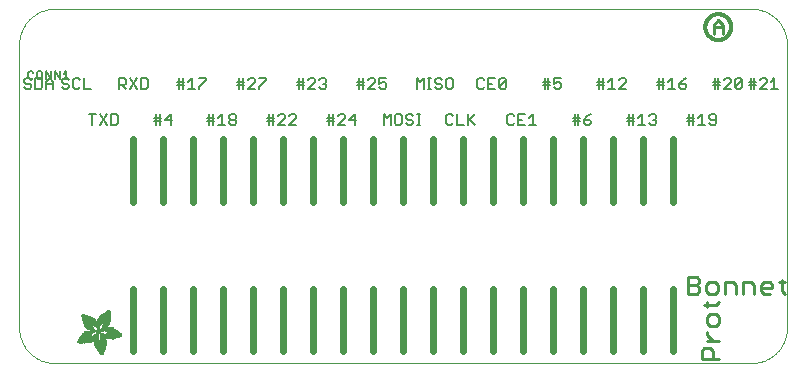
<source format=gbr>
G04 EAGLE Gerber RS-274X export*
G75*
%MOMM*%
%FSLAX34Y34*%
%LPD*%
%INSilkscreen Top*%
%IPPOS*%
%AMOC8*
5,1,8,0,0,1.08239X$1,22.5*%
G01*
%ADD10C,0.127000*%
%ADD11C,0.609600*%
%ADD12C,0.228600*%
%ADD13C,0.000000*%
%ADD14C,0.152400*%
%ADD15C,0.304800*%
%ADD16C,0.279400*%
%ADD17R,0.006300X0.050800*%
%ADD18R,0.006400X0.082600*%
%ADD19R,0.006300X0.120600*%
%ADD20R,0.006400X0.139700*%
%ADD21R,0.006300X0.158800*%
%ADD22R,0.006400X0.177800*%
%ADD23R,0.006300X0.196800*%
%ADD24R,0.006400X0.215900*%
%ADD25R,0.006300X0.228600*%
%ADD26R,0.006400X0.241300*%
%ADD27R,0.006300X0.254000*%
%ADD28R,0.006400X0.266700*%
%ADD29R,0.006300X0.279400*%
%ADD30R,0.006400X0.285700*%
%ADD31R,0.006300X0.298400*%
%ADD32R,0.006400X0.311200*%
%ADD33R,0.006300X0.317500*%
%ADD34R,0.006400X0.330200*%
%ADD35R,0.006300X0.336600*%
%ADD36R,0.006400X0.349200*%
%ADD37R,0.006300X0.361900*%
%ADD38R,0.006400X0.368300*%
%ADD39R,0.006300X0.381000*%
%ADD40R,0.006400X0.387300*%
%ADD41R,0.006300X0.393700*%
%ADD42R,0.006400X0.406400*%
%ADD43R,0.006300X0.412700*%
%ADD44R,0.006400X0.419100*%
%ADD45R,0.006300X0.431800*%
%ADD46R,0.006400X0.438100*%
%ADD47R,0.006300X0.450800*%
%ADD48R,0.006400X0.457200*%
%ADD49R,0.006300X0.463500*%
%ADD50R,0.006400X0.476200*%
%ADD51R,0.006300X0.482600*%
%ADD52R,0.006400X0.488900*%
%ADD53R,0.006300X0.501600*%
%ADD54R,0.006400X0.508000*%
%ADD55R,0.006300X0.514300*%
%ADD56R,0.006400X0.527000*%
%ADD57R,0.006300X0.533400*%
%ADD58R,0.006400X0.546100*%
%ADD59R,0.006300X0.552400*%
%ADD60R,0.006400X0.558800*%
%ADD61R,0.006300X0.571500*%
%ADD62R,0.006400X0.577800*%
%ADD63R,0.006300X0.584200*%
%ADD64R,0.006400X0.596900*%
%ADD65R,0.006300X0.603200*%
%ADD66R,0.006400X0.609600*%
%ADD67R,0.006300X0.622300*%
%ADD68R,0.006400X0.628600*%
%ADD69R,0.006300X0.641300*%
%ADD70R,0.006400X0.647700*%
%ADD71R,0.006300X0.063500*%
%ADD72R,0.006300X0.654000*%
%ADD73R,0.006400X0.101600*%
%ADD74R,0.006400X0.666700*%
%ADD75R,0.006300X0.139700*%
%ADD76R,0.006300X0.673100*%
%ADD77R,0.006400X0.165100*%
%ADD78R,0.006400X0.679400*%
%ADD79R,0.006300X0.196900*%
%ADD80R,0.006300X0.692100*%
%ADD81R,0.006400X0.222200*%
%ADD82R,0.006400X0.698500*%
%ADD83R,0.006300X0.247700*%
%ADD84R,0.006300X0.704800*%
%ADD85R,0.006400X0.279400*%
%ADD86R,0.006400X0.717500*%
%ADD87R,0.006300X0.298500*%
%ADD88R,0.006300X0.723900*%
%ADD89R,0.006400X0.736600*%
%ADD90R,0.006300X0.342900*%
%ADD91R,0.006300X0.742900*%
%ADD92R,0.006400X0.374700*%
%ADD93R,0.006400X0.749300*%
%ADD94R,0.006300X0.762000*%
%ADD95R,0.006400X0.412700*%
%ADD96R,0.006400X0.768300*%
%ADD97R,0.006300X0.438100*%
%ADD98R,0.006300X0.774700*%
%ADD99R,0.006400X0.463600*%
%ADD100R,0.006400X0.787400*%
%ADD101R,0.006300X0.793700*%
%ADD102R,0.006400X0.495300*%
%ADD103R,0.006400X0.800100*%
%ADD104R,0.006300X0.520700*%
%ADD105R,0.006300X0.812800*%
%ADD106R,0.006400X0.533400*%
%ADD107R,0.006400X0.819100*%
%ADD108R,0.006300X0.558800*%
%ADD109R,0.006300X0.825500*%
%ADD110R,0.006400X0.577900*%
%ADD111R,0.006400X0.831800*%
%ADD112R,0.006300X0.596900*%
%ADD113R,0.006300X0.844500*%
%ADD114R,0.006400X0.616000*%
%ADD115R,0.006400X0.850900*%
%ADD116R,0.006300X0.635000*%
%ADD117R,0.006300X0.857200*%
%ADD118R,0.006400X0.654100*%
%ADD119R,0.006400X0.863600*%
%ADD120R,0.006300X0.666700*%
%ADD121R,0.006300X0.869900*%
%ADD122R,0.006400X0.685800*%
%ADD123R,0.006400X0.876300*%
%ADD124R,0.006300X0.882600*%
%ADD125R,0.006400X0.723900*%
%ADD126R,0.006400X0.889000*%
%ADD127R,0.006300X0.895300*%
%ADD128R,0.006400X0.755700*%
%ADD129R,0.006400X0.901700*%
%ADD130R,0.006300X0.908000*%
%ADD131R,0.006400X0.793800*%
%ADD132R,0.006400X0.914400*%
%ADD133R,0.006300X0.806400*%
%ADD134R,0.006300X0.920700*%
%ADD135R,0.006400X0.825500*%
%ADD136R,0.006400X0.927100*%
%ADD137R,0.006300X0.933400*%
%ADD138R,0.006400X0.857300*%
%ADD139R,0.006400X0.939800*%
%ADD140R,0.006300X0.870000*%
%ADD141R,0.006300X0.939800*%
%ADD142R,0.006400X0.946100*%
%ADD143R,0.006300X0.952500*%
%ADD144R,0.006400X0.908000*%
%ADD145R,0.006400X0.958800*%
%ADD146R,0.006300X0.965200*%
%ADD147R,0.006400X0.965200*%
%ADD148R,0.006300X0.971500*%
%ADD149R,0.006400X0.952500*%
%ADD150R,0.006400X0.977900*%
%ADD151R,0.006300X0.958800*%
%ADD152R,0.006300X0.984200*%
%ADD153R,0.006400X0.971500*%
%ADD154R,0.006400X0.984200*%
%ADD155R,0.006300X0.990600*%
%ADD156R,0.006400X0.984300*%
%ADD157R,0.006400X0.996900*%
%ADD158R,0.006300X0.997000*%
%ADD159R,0.006300X0.996900*%
%ADD160R,0.006400X1.003300*%
%ADD161R,0.006300X1.016000*%
%ADD162R,0.006300X1.009600*%
%ADD163R,0.006400X1.016000*%
%ADD164R,0.006400X1.009600*%
%ADD165R,0.006300X1.022300*%
%ADD166R,0.006400X1.028700*%
%ADD167R,0.006300X1.035100*%
%ADD168R,0.006400X1.047800*%
%ADD169R,0.006300X1.054100*%
%ADD170R,0.006300X1.028700*%
%ADD171R,0.006400X1.054100*%
%ADD172R,0.006400X1.035000*%
%ADD173R,0.006300X1.060400*%
%ADD174R,0.006300X1.035000*%
%ADD175R,0.006400X1.060500*%
%ADD176R,0.006400X1.041400*%
%ADD177R,0.006300X1.066800*%
%ADD178R,0.006300X1.041400*%
%ADD179R,0.006400X1.079500*%
%ADD180R,0.006400X1.047700*%
%ADD181R,0.006300X1.085900*%
%ADD182R,0.006300X1.047700*%
%ADD183R,0.006400X1.085800*%
%ADD184R,0.006300X1.092200*%
%ADD185R,0.006400X1.085900*%
%ADD186R,0.006300X1.098600*%
%ADD187R,0.006400X1.098600*%
%ADD188R,0.006400X1.060400*%
%ADD189R,0.006300X1.104900*%
%ADD190R,0.006400X1.104900*%
%ADD191R,0.006400X1.066800*%
%ADD192R,0.006300X1.111200*%
%ADD193R,0.006400X1.117600*%
%ADD194R,0.006300X1.117600*%
%ADD195R,0.006300X1.073100*%
%ADD196R,0.006400X1.073100*%
%ADD197R,0.006300X1.124000*%
%ADD198R,0.006300X1.079500*%
%ADD199R,0.006400X1.123900*%
%ADD200R,0.006300X1.130300*%
%ADD201R,0.006400X1.130300*%
%ADD202R,0.006400X1.136700*%
%ADD203R,0.006300X1.136700*%
%ADD204R,0.006300X1.085800*%
%ADD205R,0.006400X1.136600*%
%ADD206R,0.006300X1.136600*%
%ADD207R,0.006400X1.143000*%
%ADD208R,0.006300X1.143000*%
%ADD209R,0.006300X1.149400*%
%ADD210R,0.006300X1.149300*%
%ADD211R,0.006400X1.149300*%
%ADD212R,0.006400X1.149400*%
%ADD213R,0.006400X1.155700*%
%ADD214R,0.006300X1.155700*%
%ADD215R,0.006300X1.060500*%
%ADD216R,0.006400X2.197100*%
%ADD217R,0.006300X2.197100*%
%ADD218R,0.006300X2.184400*%
%ADD219R,0.006400X2.184400*%
%ADD220R,0.006400X2.171700*%
%ADD221R,0.006300X2.171700*%
%ADD222R,0.006400X1.530300*%
%ADD223R,0.006300X1.505000*%
%ADD224R,0.006400X1.492300*%
%ADD225R,0.006300X1.485900*%
%ADD226R,0.006300X0.565200*%
%ADD227R,0.006400X1.473200*%
%ADD228R,0.006400X0.565200*%
%ADD229R,0.006300X1.460500*%
%ADD230R,0.006400X1.454100*%
%ADD231R,0.006400X0.552400*%
%ADD232R,0.006300X1.441500*%
%ADD233R,0.006300X0.546100*%
%ADD234R,0.006400X1.435100*%
%ADD235R,0.006400X0.539800*%
%ADD236R,0.006300X1.428800*%
%ADD237R,0.006400X1.422400*%
%ADD238R,0.006300X1.409700*%
%ADD239R,0.006300X0.527100*%
%ADD240R,0.006400X1.403300*%
%ADD241R,0.006400X0.527100*%
%ADD242R,0.006300X1.390700*%
%ADD243R,0.006400X1.384300*%
%ADD244R,0.006400X0.520700*%
%ADD245R,0.006300X1.384300*%
%ADD246R,0.006300X0.514400*%
%ADD247R,0.006400X1.371600*%
%ADD248R,0.006300X1.365200*%
%ADD249R,0.006300X0.508000*%
%ADD250R,0.006400X1.352600*%
%ADD251R,0.006400X0.501700*%
%ADD252R,0.006300X0.711200*%
%ADD253R,0.006300X0.603300*%
%ADD254R,0.006300X0.501700*%
%ADD255R,0.006400X0.692100*%
%ADD256R,0.006400X0.571500*%
%ADD257R,0.006300X0.679400*%
%ADD258R,0.006300X0.495300*%
%ADD259R,0.006400X0.673100*%
%ADD260R,0.006300X0.666800*%
%ADD261R,0.006300X0.488900*%
%ADD262R,0.006400X0.660400*%
%ADD263R,0.006400X0.482600*%
%ADD264R,0.006300X0.476200*%
%ADD265R,0.006400X0.654000*%
%ADD266R,0.006400X0.469900*%
%ADD267R,0.006400X0.476300*%
%ADD268R,0.006300X0.647700*%
%ADD269R,0.006300X0.457200*%
%ADD270R,0.006300X0.469900*%
%ADD271R,0.006400X0.641300*%
%ADD272R,0.006400X0.444500*%
%ADD273R,0.006300X0.463600*%
%ADD274R,0.006400X0.635000*%
%ADD275R,0.006400X0.463500*%
%ADD276R,0.006400X0.393700*%
%ADD277R,0.006400X0.450800*%
%ADD278R,0.006300X0.628600*%
%ADD279R,0.006300X0.387400*%
%ADD280R,0.006300X0.450900*%
%ADD281R,0.006400X0.628700*%
%ADD282R,0.006400X0.374600*%
%ADD283R,0.006300X0.368300*%
%ADD284R,0.006300X0.438200*%
%ADD285R,0.006400X0.622300*%
%ADD286R,0.006400X0.355600*%
%ADD287R,0.006400X0.431800*%
%ADD288R,0.006300X0.349300*%
%ADD289R,0.006300X0.425400*%
%ADD290R,0.006300X0.615900*%
%ADD291R,0.006300X0.330200*%
%ADD292R,0.006300X0.419100*%
%ADD293R,0.006300X0.616000*%
%ADD294R,0.006300X0.311200*%
%ADD295R,0.006300X0.406400*%
%ADD296R,0.006400X0.615900*%
%ADD297R,0.006400X0.304800*%
%ADD298R,0.006400X0.158800*%
%ADD299R,0.006300X0.609600*%
%ADD300R,0.006300X0.292100*%
%ADD301R,0.006300X0.235000*%
%ADD302R,0.006400X0.387400*%
%ADD303R,0.006400X0.292100*%
%ADD304R,0.006300X0.336500*%
%ADD305R,0.006300X0.260400*%
%ADD306R,0.006400X0.603300*%
%ADD307R,0.006400X0.260400*%
%ADD308R,0.006400X0.362000*%
%ADD309R,0.006400X0.450900*%
%ADD310R,0.006300X0.355600*%
%ADD311R,0.006400X0.342900*%
%ADD312R,0.006400X0.514300*%
%ADD313R,0.006300X0.234900*%
%ADD314R,0.006300X0.539700*%
%ADD315R,0.006400X0.603200*%
%ADD316R,0.006400X0.234900*%
%ADD317R,0.006400X0.920700*%
%ADD318R,0.006400X0.958900*%
%ADD319R,0.006300X0.215900*%
%ADD320R,0.006400X0.209600*%
%ADD321R,0.006300X0.203200*%
%ADD322R,0.006300X1.003300*%
%ADD323R,0.006400X0.203200*%
%ADD324R,0.006400X0.196900*%
%ADD325R,0.006300X0.190500*%
%ADD326R,0.006400X0.190500*%
%ADD327R,0.006300X0.184200*%
%ADD328R,0.006400X0.590500*%
%ADD329R,0.006400X0.184200*%
%ADD330R,0.006300X0.590500*%
%ADD331R,0.006300X0.177800*%
%ADD332R,0.006400X0.584200*%
%ADD333R,0.006400X1.168400*%
%ADD334R,0.006300X0.171500*%
%ADD335R,0.006300X1.187500*%
%ADD336R,0.006400X1.200100*%
%ADD337R,0.006300X0.577800*%
%ADD338R,0.006300X1.212900*%
%ADD339R,0.006400X1.231900*%
%ADD340R,0.006300X1.250900*%
%ADD341R,0.006400X0.565100*%
%ADD342R,0.006400X0.184100*%
%ADD343R,0.006400X1.263700*%
%ADD344R,0.006300X0.565100*%
%ADD345R,0.006300X1.289100*%
%ADD346R,0.006400X1.314400*%
%ADD347R,0.006300X0.552500*%
%ADD348R,0.006300X1.568500*%
%ADD349R,0.006400X0.552500*%
%ADD350R,0.006400X1.581200*%
%ADD351R,0.006300X1.593800*%
%ADD352R,0.006400X1.606500*%
%ADD353R,0.006300X1.619300*%
%ADD354R,0.006400X0.514400*%
%ADD355R,0.006400X1.638300*%
%ADD356R,0.006300X1.657300*%
%ADD357R,0.006400X2.209800*%
%ADD358R,0.006300X2.425700*%
%ADD359R,0.006400X2.470100*%
%ADD360R,0.006300X2.501900*%
%ADD361R,0.006400X2.533700*%
%ADD362R,0.006300X2.559000*%
%ADD363R,0.006400X2.584500*%
%ADD364R,0.006300X2.609900*%
%ADD365R,0.006400X2.628900*%
%ADD366R,0.006300X2.660600*%
%ADD367R,0.006400X2.673400*%
%ADD368R,0.006300X1.422400*%
%ADD369R,0.006300X1.200200*%
%ADD370R,0.006300X1.365300*%
%ADD371R,0.006400X1.365300*%
%ADD372R,0.006300X1.352500*%
%ADD373R,0.006300X1.098500*%
%ADD374R,0.006400X1.358900*%
%ADD375R,0.006300X1.352600*%
%ADD376R,0.006300X1.358900*%
%ADD377R,0.006300X1.371600*%
%ADD378R,0.006400X1.377900*%
%ADD379R,0.006400X1.397000*%
%ADD380R,0.006300X1.403300*%
%ADD381R,0.006300X0.914400*%
%ADD382R,0.006300X0.876300*%
%ADD383R,0.006300X0.374600*%
%ADD384R,0.006400X1.073200*%
%ADD385R,0.006300X0.374700*%
%ADD386R,0.006400X0.844600*%
%ADD387R,0.006300X0.844600*%
%ADD388R,0.006400X0.831900*%
%ADD389R,0.006400X1.092200*%
%ADD390R,0.006300X0.400000*%
%ADD391R,0.006400X0.819200*%
%ADD392R,0.006400X1.111300*%
%ADD393R,0.006400X0.812800*%
%ADD394R,0.006300X0.800100*%
%ADD395R,0.006300X0.476300*%
%ADD396R,0.006300X1.181100*%
%ADD397R,0.006400X0.501600*%
%ADD398R,0.006400X1.193800*%
%ADD399R,0.006400X0.781000*%
%ADD400R,0.006400X1.238200*%
%ADD401R,0.006300X0.781100*%
%ADD402R,0.006300X1.257300*%
%ADD403R,0.006400X1.295400*%
%ADD404R,0.006300X1.333500*%
%ADD405R,0.006400X0.774700*%
%ADD406R,0.006400X1.866900*%
%ADD407R,0.006300X0.209600*%
%ADD408R,0.006300X1.866900*%
%ADD409R,0.006400X0.768400*%
%ADD410R,0.006400X0.209500*%
%ADD411R,0.006400X1.860600*%
%ADD412R,0.006400X0.762000*%
%ADD413R,0.006300X0.768400*%
%ADD414R,0.006300X1.860600*%
%ADD415R,0.006400X1.860500*%
%ADD416R,0.006300X0.222300*%
%ADD417R,0.006300X1.854200*%
%ADD418R,0.006400X0.235000*%
%ADD419R,0.006400X1.854200*%
%ADD420R,0.006300X0.768300*%
%ADD421R,0.006400X0.260300*%
%ADD422R,0.006400X1.847800*%
%ADD423R,0.006300X0.266700*%
%ADD424R,0.006300X1.847800*%
%ADD425R,0.006400X0.273100*%
%ADD426R,0.006400X1.841500*%
%ADD427R,0.006300X0.285800*%
%ADD428R,0.006300X1.841500*%
%ADD429R,0.006400X0.298500*%
%ADD430R,0.006400X1.835100*%
%ADD431R,0.006300X0.781000*%
%ADD432R,0.006300X0.304800*%
%ADD433R,0.006300X1.835100*%
%ADD434R,0.006400X0.317500*%
%ADD435R,0.006400X1.828800*%
%ADD436R,0.006300X0.787400*%
%ADD437R,0.006300X0.323800*%
%ADD438R,0.006300X1.828800*%
%ADD439R,0.006400X0.793700*%
%ADD440R,0.006400X1.822400*%
%ADD441R,0.006300X0.806500*%
%ADD442R,0.006300X1.822400*%
%ADD443R,0.006400X1.816100*%
%ADD444R,0.006300X0.819100*%
%ADD445R,0.006300X0.387300*%
%ADD446R,0.006300X1.816100*%
%ADD447R,0.006400X1.809800*%
%ADD448R,0.006300X1.803400*%
%ADD449R,0.006400X1.797000*%
%ADD450R,0.006300X0.901700*%
%ADD451R,0.006300X1.797000*%
%ADD452R,0.006400X1.441400*%
%ADD453R,0.006400X1.790700*%
%ADD454R,0.006300X1.447800*%
%ADD455R,0.006300X1.784300*%
%ADD456R,0.006400X1.447800*%
%ADD457R,0.006400X1.784300*%
%ADD458R,0.006300X1.454100*%
%ADD459R,0.006300X1.771700*%
%ADD460R,0.006400X1.460500*%
%ADD461R,0.006400X1.759000*%
%ADD462R,0.006300X1.466800*%
%ADD463R,0.006300X1.752600*%
%ADD464R,0.006400X1.466800*%
%ADD465R,0.006400X1.739900*%
%ADD466R,0.006300X1.473200*%
%ADD467R,0.006300X1.727200*%
%ADD468R,0.006400X1.479500*%
%ADD469R,0.006400X1.714500*%
%ADD470R,0.006300X1.695400*%
%ADD471R,0.006400X1.485900*%
%ADD472R,0.006400X1.682700*%
%ADD473R,0.006300X1.492200*%
%ADD474R,0.006300X1.663700*%
%ADD475R,0.006400X1.498600*%
%ADD476R,0.006400X1.644600*%
%ADD477R,0.006300X1.498600*%
%ADD478R,0.006300X1.619200*%
%ADD479R,0.006400X1.511300*%
%ADD480R,0.006400X1.600200*%
%ADD481R,0.006300X1.517700*%
%ADD482R,0.006300X1.574800*%
%ADD483R,0.006400X1.524000*%
%ADD484R,0.006400X1.555800*%
%ADD485R,0.006300X1.524000*%
%ADD486R,0.006300X1.536700*%
%ADD487R,0.006400X1.530400*%
%ADD488R,0.006400X1.517700*%
%ADD489R,0.006300X1.492300*%
%ADD490R,0.006400X1.549400*%
%ADD491R,0.006400X1.479600*%
%ADD492R,0.006300X1.549400*%
%ADD493R,0.006400X1.555700*%
%ADD494R,0.006300X1.562100*%
%ADD495R,0.006300X0.323900*%
%ADD496R,0.006400X1.568400*%
%ADD497R,0.006400X0.336600*%
%ADD498R,0.006300X1.587500*%
%ADD499R,0.006300X0.971600*%
%ADD500R,0.006400X0.349300*%
%ADD501R,0.006300X1.600200*%
%ADD502R,0.006300X0.920800*%
%ADD503R,0.006400X0.882700*%
%ADD504R,0.006300X1.612900*%
%ADD505R,0.006300X0.362000*%
%ADD506R,0.006400X1.625600*%
%ADD507R,0.006300X1.625600*%
%ADD508R,0.006300X1.644600*%
%ADD509R,0.006300X0.736600*%
%ADD510R,0.006400X0.717600*%
%ADD511R,0.006300X1.657400*%
%ADD512R,0.006300X0.679500*%
%ADD513R,0.006400X1.663700*%
%ADD514R,0.006400X0.400000*%
%ADD515R,0.006300X1.676400*%
%ADD516R,0.006400X1.676400*%
%ADD517R,0.006400X0.425500*%
%ADD518R,0.006400X1.352500*%
%ADD519R,0.006300X0.444500*%
%ADD520R,0.006400X0.361900*%
%ADD521R,0.006300X0.088900*%
%ADD522R,0.006300X1.009700*%
%ADD523R,0.006400X1.009700*%
%ADD524R,0.006400X1.022300*%
%ADD525R,0.006400X1.346200*%
%ADD526R,0.006300X1.346200*%
%ADD527R,0.006400X1.339900*%
%ADD528R,0.006400X1.035100*%
%ADD529R,0.006300X1.339800*%
%ADD530R,0.006400X1.333500*%
%ADD531R,0.006400X1.327200*%
%ADD532R,0.006300X1.320800*%
%ADD533R,0.006400X1.314500*%
%ADD534R,0.006300X1.314400*%
%ADD535R,0.006400X1.301700*%
%ADD536R,0.006300X1.295400*%
%ADD537R,0.006400X1.289000*%
%ADD538R,0.006300X1.276300*%
%ADD539R,0.006300X1.251000*%
%ADD540R,0.006400X1.244600*%
%ADD541R,0.006300X1.231900*%
%ADD542R,0.006400X1.212800*%
%ADD543R,0.006300X1.200100*%
%ADD544R,0.006400X1.187400*%
%ADD545R,0.006300X1.168400*%
%ADD546R,0.006300X1.047800*%
%ADD547R,0.006300X0.977900*%
%ADD548R,0.006400X0.946200*%
%ADD549R,0.006400X0.933400*%
%ADD550R,0.006400X0.895300*%
%ADD551R,0.006300X0.882700*%
%ADD552R,0.006300X0.863600*%
%ADD553R,0.006400X0.857200*%
%ADD554R,0.006300X0.850900*%
%ADD555R,0.006300X0.838200*%
%ADD556R,0.006400X0.806500*%
%ADD557R,0.006300X0.717600*%
%ADD558R,0.006400X0.711200*%
%ADD559R,0.006400X0.641400*%
%ADD560R,0.006300X0.641400*%
%ADD561R,0.006300X0.628700*%
%ADD562R,0.006300X0.590600*%
%ADD563R,0.006400X0.539700*%
%ADD564R,0.006300X0.285700*%
%ADD565R,0.006300X0.222200*%
%ADD566R,0.006300X0.171400*%
%ADD567R,0.006400X0.152400*%
%ADD568R,0.006300X0.133400*%


D10*
X10314Y239698D02*
X8831Y241181D01*
X5865Y241181D01*
X4382Y239698D01*
X4382Y238215D01*
X5865Y236732D01*
X8831Y236732D01*
X10314Y235249D01*
X10314Y233766D01*
X8831Y232283D01*
X5865Y232283D01*
X4382Y233766D01*
X13737Y232283D02*
X13737Y241181D01*
X13737Y232283D02*
X18186Y232283D01*
X19669Y233766D01*
X19669Y239698D01*
X18186Y241181D01*
X13737Y241181D01*
X23093Y238215D02*
X23093Y232283D01*
X23093Y238215D02*
X26058Y241181D01*
X29024Y238215D01*
X29024Y232283D01*
X29024Y236732D02*
X23093Y236732D01*
X40581Y241181D02*
X42064Y239698D01*
X40581Y241181D02*
X37615Y241181D01*
X36132Y239698D01*
X36132Y238215D01*
X37615Y236732D01*
X40581Y236732D01*
X42064Y235249D01*
X42064Y233766D01*
X40581Y232283D01*
X37615Y232283D01*
X36132Y233766D01*
X49936Y241181D02*
X51419Y239698D01*
X49936Y241181D02*
X46970Y241181D01*
X45487Y239698D01*
X45487Y233766D01*
X46970Y232283D01*
X49936Y232283D01*
X51419Y233766D01*
X54843Y232283D02*
X54843Y241181D01*
X54843Y232283D02*
X60774Y232283D01*
X61958Y210701D02*
X61958Y201803D01*
X58992Y210701D02*
X64924Y210701D01*
X68347Y210701D02*
X74279Y201803D01*
X68347Y201803D02*
X74279Y210701D01*
X77703Y210701D02*
X77703Y201803D01*
X82151Y201803D01*
X83634Y203286D01*
X83634Y209218D01*
X82151Y210701D01*
X77703Y210701D01*
X84392Y232283D02*
X84392Y241181D01*
X88841Y241181D01*
X90324Y239698D01*
X90324Y236732D01*
X88841Y235249D01*
X84392Y235249D01*
X87358Y235249D02*
X90324Y232283D01*
X99679Y232283D02*
X93747Y241181D01*
X99679Y241181D02*
X93747Y232283D01*
X103103Y232283D02*
X103103Y241181D01*
X103103Y232283D02*
X107551Y232283D01*
X109034Y233766D01*
X109034Y239698D01*
X107551Y241181D01*
X103103Y241181D01*
X115953Y210701D02*
X115953Y201803D01*
X118919Y201803D02*
X118919Y210701D01*
X118919Y207735D02*
X114470Y207735D01*
X118919Y207735D02*
X120402Y207735D01*
X120402Y204769D02*
X114470Y204769D01*
X128274Y201803D02*
X128274Y210701D01*
X123825Y206252D01*
X129757Y206252D01*
X135405Y232283D02*
X135405Y241181D01*
X138371Y241181D02*
X138371Y232283D01*
X138371Y238215D02*
X133922Y238215D01*
X138371Y238215D02*
X139854Y238215D01*
X139854Y235249D02*
X133922Y235249D01*
X143277Y238215D02*
X146243Y241181D01*
X146243Y232283D01*
X143277Y232283D02*
X149209Y232283D01*
X152633Y241181D02*
X158564Y241181D01*
X158564Y239698D01*
X152633Y233766D01*
X152633Y232283D01*
X160805Y210701D02*
X160805Y201803D01*
X163771Y201803D02*
X163771Y210701D01*
X163771Y207735D02*
X159322Y207735D01*
X163771Y207735D02*
X165254Y207735D01*
X165254Y204769D02*
X159322Y204769D01*
X168677Y207735D02*
X171643Y210701D01*
X171643Y201803D01*
X168677Y201803D02*
X174609Y201803D01*
X178033Y209218D02*
X179516Y210701D01*
X182481Y210701D01*
X183964Y209218D01*
X183964Y207735D01*
X182481Y206252D01*
X183964Y204769D01*
X183964Y203286D01*
X182481Y201803D01*
X179516Y201803D01*
X178033Y203286D01*
X178033Y204769D01*
X179516Y206252D01*
X178033Y207735D01*
X178033Y209218D01*
X179516Y206252D02*
X182481Y206252D01*
X186205Y232283D02*
X186205Y241181D01*
X189171Y241181D02*
X189171Y232283D01*
X189171Y238215D02*
X184722Y238215D01*
X189171Y238215D02*
X190654Y238215D01*
X190654Y235249D02*
X184722Y235249D01*
X194077Y232283D02*
X200009Y232283D01*
X194077Y232283D02*
X200009Y238215D01*
X200009Y239698D01*
X198526Y241181D01*
X195560Y241181D01*
X194077Y239698D01*
X203433Y241181D02*
X209364Y241181D01*
X209364Y239698D01*
X203433Y233766D01*
X203433Y232283D01*
X211605Y210701D02*
X211605Y201803D01*
X214571Y201803D02*
X214571Y210701D01*
X214571Y207735D02*
X210122Y207735D01*
X214571Y207735D02*
X216054Y207735D01*
X216054Y204769D02*
X210122Y204769D01*
X219477Y201803D02*
X225409Y201803D01*
X219477Y201803D02*
X225409Y207735D01*
X225409Y209218D01*
X223926Y210701D01*
X220960Y210701D01*
X219477Y209218D01*
X228833Y201803D02*
X234764Y201803D01*
X228833Y201803D02*
X234764Y207735D01*
X234764Y209218D01*
X233281Y210701D01*
X230316Y210701D01*
X228833Y209218D01*
X237005Y232283D02*
X237005Y241181D01*
X239971Y241181D02*
X239971Y232283D01*
X239971Y238215D02*
X235522Y238215D01*
X239971Y238215D02*
X241454Y238215D01*
X241454Y235249D02*
X235522Y235249D01*
X244877Y232283D02*
X250809Y232283D01*
X244877Y232283D02*
X250809Y238215D01*
X250809Y239698D01*
X249326Y241181D01*
X246360Y241181D01*
X244877Y239698D01*
X254233Y239698D02*
X255716Y241181D01*
X258681Y241181D01*
X260164Y239698D01*
X260164Y238215D01*
X258681Y236732D01*
X257198Y236732D01*
X258681Y236732D02*
X260164Y235249D01*
X260164Y233766D01*
X258681Y232283D01*
X255716Y232283D01*
X254233Y233766D01*
X262405Y210701D02*
X262405Y201803D01*
X265371Y201803D02*
X265371Y210701D01*
X265371Y207735D02*
X260922Y207735D01*
X265371Y207735D02*
X266854Y207735D01*
X266854Y204769D02*
X260922Y204769D01*
X270277Y201803D02*
X276209Y201803D01*
X270277Y201803D02*
X276209Y207735D01*
X276209Y209218D01*
X274726Y210701D01*
X271760Y210701D01*
X270277Y209218D01*
X284081Y210701D02*
X284081Y201803D01*
X279633Y206252D02*
X284081Y210701D01*
X285564Y206252D02*
X279633Y206252D01*
X287805Y232283D02*
X287805Y241181D01*
X290771Y241181D02*
X290771Y232283D01*
X290771Y238215D02*
X286322Y238215D01*
X290771Y238215D02*
X292254Y238215D01*
X292254Y235249D02*
X286322Y235249D01*
X295677Y232283D02*
X301609Y232283D01*
X295677Y232283D02*
X301609Y238215D01*
X301609Y239698D01*
X300126Y241181D01*
X297160Y241181D01*
X295677Y239698D01*
X305033Y241181D02*
X310964Y241181D01*
X305033Y241181D02*
X305033Y236732D01*
X307998Y238215D01*
X309481Y238215D01*
X310964Y236732D01*
X310964Y233766D01*
X309481Y232283D01*
X306516Y232283D01*
X305033Y233766D01*
X308604Y210701D02*
X308604Y201803D01*
X311570Y207735D02*
X308604Y210701D01*
X311570Y207735D02*
X314536Y210701D01*
X314536Y201803D01*
X319442Y210701D02*
X322408Y210701D01*
X319442Y210701D02*
X317959Y209218D01*
X317959Y203286D01*
X319442Y201803D01*
X322408Y201803D01*
X323891Y203286D01*
X323891Y209218D01*
X322408Y210701D01*
X331763Y210701D02*
X333246Y209218D01*
X331763Y210701D02*
X328797Y210701D01*
X327314Y209218D01*
X327314Y207735D01*
X328797Y206252D01*
X331763Y206252D01*
X333246Y204769D01*
X333246Y203286D01*
X331763Y201803D01*
X328797Y201803D01*
X327314Y203286D01*
X336669Y201803D02*
X339635Y201803D01*
X338152Y201803D02*
X338152Y210701D01*
X336669Y210701D02*
X339635Y210701D01*
X336544Y232283D02*
X336544Y241181D01*
X339510Y238215D01*
X342476Y241181D01*
X342476Y232283D01*
X345899Y232283D02*
X348865Y232283D01*
X347382Y232283D02*
X347382Y241181D01*
X345899Y241181D02*
X348865Y241181D01*
X356585Y241181D02*
X358068Y239698D01*
X356585Y241181D02*
X353619Y241181D01*
X352136Y239698D01*
X352136Y238215D01*
X353619Y236732D01*
X356585Y236732D01*
X358068Y235249D01*
X358068Y233766D01*
X356585Y232283D01*
X353619Y232283D01*
X352136Y233766D01*
X362974Y241181D02*
X365940Y241181D01*
X362974Y241181D02*
X361491Y239698D01*
X361491Y233766D01*
X362974Y232283D01*
X365940Y232283D01*
X367423Y233766D01*
X367423Y239698D01*
X365940Y241181D01*
X365701Y210701D02*
X367184Y209218D01*
X365701Y210701D02*
X362735Y210701D01*
X361252Y209218D01*
X361252Y203286D01*
X362735Y201803D01*
X365701Y201803D01*
X367184Y203286D01*
X370607Y201803D02*
X370607Y210701D01*
X370607Y201803D02*
X376539Y201803D01*
X379963Y201803D02*
X379963Y210701D01*
X385894Y210701D02*
X379963Y204769D01*
X381446Y206252D02*
X385894Y201803D01*
X393854Y239698D02*
X392371Y241181D01*
X389405Y241181D01*
X387922Y239698D01*
X387922Y233766D01*
X389405Y232283D01*
X392371Y232283D01*
X393854Y233766D01*
X397277Y241181D02*
X403209Y241181D01*
X397277Y241181D02*
X397277Y232283D01*
X403209Y232283D01*
X400243Y236732D02*
X397277Y236732D01*
X406633Y233766D02*
X406633Y239698D01*
X408116Y241181D01*
X411081Y241181D01*
X412564Y239698D01*
X412564Y233766D01*
X411081Y232283D01*
X408116Y232283D01*
X406633Y233766D01*
X412564Y239698D01*
X417771Y210701D02*
X419254Y209218D01*
X417771Y210701D02*
X414805Y210701D01*
X413322Y209218D01*
X413322Y203286D01*
X414805Y201803D01*
X417771Y201803D01*
X419254Y203286D01*
X422677Y210701D02*
X428609Y210701D01*
X422677Y210701D02*
X422677Y201803D01*
X428609Y201803D01*
X425643Y206252D02*
X422677Y206252D01*
X432033Y207735D02*
X434998Y210701D01*
X434998Y201803D01*
X432033Y201803D02*
X437964Y201803D01*
X444883Y232283D02*
X444883Y241181D01*
X447849Y241181D02*
X447849Y232283D01*
X447849Y238215D02*
X443400Y238215D01*
X447849Y238215D02*
X449332Y238215D01*
X449332Y235249D02*
X443400Y235249D01*
X452755Y241181D02*
X458687Y241181D01*
X452755Y241181D02*
X452755Y236732D01*
X455721Y238215D01*
X457204Y238215D01*
X458687Y236732D01*
X458687Y233766D01*
X457204Y232283D01*
X454238Y232283D01*
X452755Y233766D01*
X470283Y210701D02*
X470283Y201803D01*
X473249Y201803D02*
X473249Y210701D01*
X473249Y207735D02*
X468800Y207735D01*
X473249Y207735D02*
X474732Y207735D01*
X474732Y204769D02*
X468800Y204769D01*
X481121Y209218D02*
X484087Y210701D01*
X481121Y209218D02*
X478155Y206252D01*
X478155Y203286D01*
X479638Y201803D01*
X482604Y201803D01*
X484087Y203286D01*
X484087Y204769D01*
X482604Y206252D01*
X478155Y206252D01*
X491005Y232283D02*
X491005Y241181D01*
X493971Y241181D02*
X493971Y232283D01*
X493971Y238215D02*
X489522Y238215D01*
X493971Y238215D02*
X495454Y238215D01*
X495454Y235249D02*
X489522Y235249D01*
X498877Y238215D02*
X501843Y241181D01*
X501843Y232283D01*
X498877Y232283D02*
X504809Y232283D01*
X508233Y232283D02*
X514164Y232283D01*
X508233Y232283D02*
X514164Y238215D01*
X514164Y239698D01*
X512681Y241181D01*
X509716Y241181D01*
X508233Y239698D01*
X516405Y210701D02*
X516405Y201803D01*
X519371Y201803D02*
X519371Y210701D01*
X519371Y207735D02*
X514922Y207735D01*
X519371Y207735D02*
X520854Y207735D01*
X520854Y204769D02*
X514922Y204769D01*
X524277Y207735D02*
X527243Y210701D01*
X527243Y201803D01*
X524277Y201803D02*
X530209Y201803D01*
X533633Y209218D02*
X535116Y210701D01*
X538081Y210701D01*
X539564Y209218D01*
X539564Y207735D01*
X538081Y206252D01*
X536598Y206252D01*
X538081Y206252D02*
X539564Y204769D01*
X539564Y203286D01*
X538081Y201803D01*
X535116Y201803D01*
X533633Y203286D01*
X541805Y232283D02*
X541805Y241181D01*
X544771Y241181D02*
X544771Y232283D01*
X544771Y238215D02*
X540322Y238215D01*
X544771Y238215D02*
X546254Y238215D01*
X546254Y235249D02*
X540322Y235249D01*
X549677Y238215D02*
X552643Y241181D01*
X552643Y232283D01*
X549677Y232283D02*
X555609Y232283D01*
X561998Y239698D02*
X564964Y241181D01*
X561998Y239698D02*
X559033Y236732D01*
X559033Y233766D01*
X560516Y232283D01*
X563481Y232283D01*
X564964Y233766D01*
X564964Y235249D01*
X563481Y236732D01*
X559033Y236732D01*
X567205Y210701D02*
X567205Y201803D01*
X570171Y201803D02*
X570171Y210701D01*
X570171Y207735D02*
X565722Y207735D01*
X570171Y207735D02*
X571654Y207735D01*
X571654Y204769D02*
X565722Y204769D01*
X575077Y207735D02*
X578043Y210701D01*
X578043Y201803D01*
X575077Y201803D02*
X581009Y201803D01*
X584433Y203286D02*
X585916Y201803D01*
X588881Y201803D01*
X590364Y203286D01*
X590364Y209218D01*
X588881Y210701D01*
X585916Y210701D01*
X584433Y209218D01*
X584433Y207735D01*
X585916Y206252D01*
X590364Y206252D01*
X588795Y232283D02*
X588795Y241181D01*
X591761Y241181D02*
X591761Y232283D01*
X591761Y238215D02*
X587312Y238215D01*
X591761Y238215D02*
X593244Y238215D01*
X593244Y235249D02*
X587312Y235249D01*
X596667Y232283D02*
X602599Y232283D01*
X596667Y232283D02*
X602599Y238215D01*
X602599Y239698D01*
X601116Y241181D01*
X598150Y241181D01*
X596667Y239698D01*
X606023Y239698D02*
X606023Y233766D01*
X606023Y239698D02*
X607506Y241181D01*
X610471Y241181D01*
X611954Y239698D01*
X611954Y233766D01*
X610471Y232283D01*
X607506Y232283D01*
X606023Y233766D01*
X611954Y239698D01*
X619275Y241181D02*
X619275Y232283D01*
X622241Y232283D02*
X622241Y241181D01*
X622241Y238215D02*
X617792Y238215D01*
X622241Y238215D02*
X623724Y238215D01*
X623724Y235249D02*
X617792Y235249D01*
X627147Y232283D02*
X633079Y232283D01*
X627147Y232283D02*
X633079Y238215D01*
X633079Y239698D01*
X631596Y241181D01*
X628630Y241181D01*
X627147Y239698D01*
X636503Y238215D02*
X639468Y241181D01*
X639468Y232283D01*
X636503Y232283D02*
X642434Y232283D01*
D11*
X96520Y62738D02*
X96520Y10668D01*
X121920Y10668D02*
X121920Y62738D01*
X147320Y62738D02*
X147320Y10668D01*
X172720Y10668D02*
X172720Y62738D01*
X198120Y62738D02*
X198120Y10668D01*
X223520Y10668D02*
X223520Y62738D01*
X248920Y62738D02*
X248920Y10668D01*
X274320Y10668D02*
X274320Y62738D01*
X299720Y62738D02*
X299720Y10668D01*
X325120Y10668D02*
X325120Y62738D01*
X350520Y62738D02*
X350520Y10668D01*
X375920Y10668D02*
X375920Y62738D01*
X401320Y62738D02*
X401320Y10668D01*
X426720Y10668D02*
X426720Y62738D01*
X452120Y62738D02*
X452120Y10668D01*
X477520Y10668D02*
X477520Y62738D01*
X502920Y62738D02*
X502920Y10668D01*
X528320Y10668D02*
X528320Y62738D01*
X553720Y62738D02*
X553720Y10668D01*
X96520Y136398D02*
X96520Y189738D01*
X121920Y189738D02*
X121920Y136398D01*
X147320Y136398D02*
X147320Y189738D01*
X172720Y189738D02*
X172720Y136398D01*
X198120Y136398D02*
X198120Y189738D01*
X223520Y189738D02*
X223520Y136398D01*
X248920Y136398D02*
X248920Y189738D01*
X274320Y189738D02*
X274320Y136398D01*
X299720Y136398D02*
X299720Y189738D01*
X325120Y189738D02*
X325120Y136398D01*
X350520Y136398D02*
X350520Y189738D01*
X375920Y189738D02*
X375920Y136398D01*
X401320Y136398D02*
X401320Y189738D01*
X426720Y189738D02*
X426720Y136398D01*
X452120Y136398D02*
X452120Y189738D01*
X477520Y189738D02*
X477520Y136398D01*
X502920Y136398D02*
X502920Y189738D01*
X528320Y189738D02*
X528320Y136398D01*
X553720Y136398D02*
X553720Y189738D01*
D12*
X577711Y3505D02*
X592201Y3505D01*
X577711Y3505D02*
X577711Y10750D01*
X580126Y13165D01*
X584956Y13165D01*
X587371Y10750D01*
X587371Y3505D01*
X592201Y18941D02*
X582541Y18941D01*
X587371Y18941D02*
X582541Y23771D01*
X582541Y26186D01*
X592201Y34219D02*
X592201Y39049D01*
X589786Y41464D01*
X584956Y41464D01*
X582541Y39049D01*
X582541Y34219D01*
X584956Y31804D01*
X589786Y31804D01*
X592201Y34219D01*
X589786Y49655D02*
X580126Y49655D01*
X589786Y49655D02*
X592201Y52070D01*
X582541Y52070D02*
X582541Y47240D01*
X566293Y58801D02*
X566293Y73291D01*
X573538Y73291D01*
X575953Y70876D01*
X575953Y68461D01*
X573538Y66046D01*
X575953Y63631D01*
X575953Y61216D01*
X573538Y58801D01*
X566293Y58801D01*
X566293Y66046D02*
X573538Y66046D01*
X584144Y58801D02*
X588974Y58801D01*
X591389Y61216D01*
X591389Y66046D01*
X588974Y68461D01*
X584144Y68461D01*
X581729Y66046D01*
X581729Y61216D01*
X584144Y58801D01*
X597165Y58801D02*
X597165Y68461D01*
X604410Y68461D01*
X606825Y66046D01*
X606825Y58801D01*
X612601Y58801D02*
X612601Y68461D01*
X619846Y68461D01*
X622261Y66046D01*
X622261Y58801D01*
X630452Y58801D02*
X635282Y58801D01*
X630452Y58801D02*
X628037Y61216D01*
X628037Y66046D01*
X630452Y68461D01*
X635282Y68461D01*
X637698Y66046D01*
X637698Y63631D01*
X628037Y63631D01*
X645888Y61216D02*
X645888Y70876D01*
X645888Y61216D02*
X648303Y58801D01*
X648303Y68461D02*
X643473Y68461D01*
D13*
X0Y30078D02*
X0Y270078D01*
X0Y30078D02*
X9Y29353D01*
X35Y28629D01*
X79Y27905D01*
X140Y27183D01*
X219Y26462D01*
X315Y25743D01*
X428Y25027D01*
X559Y24314D01*
X707Y23604D01*
X872Y22899D01*
X1054Y22197D01*
X1253Y21500D01*
X1468Y20807D01*
X1701Y20121D01*
X1950Y19440D01*
X2215Y18765D01*
X2496Y18097D01*
X2794Y17436D01*
X3107Y16782D01*
X3436Y16136D01*
X3781Y15498D01*
X4141Y14869D01*
X4516Y14249D01*
X4906Y13638D01*
X5310Y13036D01*
X5729Y12444D01*
X6163Y11863D01*
X6610Y11292D01*
X7071Y10733D01*
X7545Y10184D01*
X8032Y9648D01*
X8532Y9123D01*
X9045Y8610D01*
X9570Y8110D01*
X10106Y7623D01*
X10655Y7149D01*
X11214Y6688D01*
X11785Y6241D01*
X12366Y5807D01*
X12958Y5388D01*
X13560Y4984D01*
X14171Y4594D01*
X14791Y4219D01*
X15420Y3859D01*
X16058Y3514D01*
X16704Y3185D01*
X17358Y2872D01*
X18019Y2574D01*
X18687Y2293D01*
X19362Y2028D01*
X20043Y1779D01*
X20729Y1546D01*
X21422Y1331D01*
X22119Y1132D01*
X22821Y950D01*
X23526Y785D01*
X24236Y637D01*
X24949Y506D01*
X25665Y393D01*
X26384Y297D01*
X27105Y218D01*
X27827Y157D01*
X28551Y113D01*
X29275Y87D01*
X30000Y78D01*
X620000Y78D01*
X620725Y87D01*
X621449Y113D01*
X622173Y157D01*
X622895Y218D01*
X623616Y297D01*
X624335Y393D01*
X625051Y506D01*
X625764Y637D01*
X626474Y785D01*
X627179Y950D01*
X627881Y1132D01*
X628578Y1331D01*
X629271Y1546D01*
X629957Y1779D01*
X630638Y2028D01*
X631313Y2293D01*
X631981Y2574D01*
X632642Y2872D01*
X633296Y3185D01*
X633942Y3514D01*
X634580Y3859D01*
X635209Y4219D01*
X635829Y4594D01*
X636440Y4984D01*
X637042Y5388D01*
X637634Y5807D01*
X638215Y6241D01*
X638786Y6688D01*
X639345Y7149D01*
X639894Y7623D01*
X640430Y8110D01*
X640955Y8610D01*
X641468Y9123D01*
X641968Y9648D01*
X642455Y10184D01*
X642929Y10733D01*
X643390Y11292D01*
X643837Y11863D01*
X644271Y12444D01*
X644690Y13036D01*
X645094Y13638D01*
X645484Y14249D01*
X645859Y14869D01*
X646219Y15498D01*
X646564Y16136D01*
X646893Y16782D01*
X647206Y17436D01*
X647504Y18097D01*
X647785Y18765D01*
X648050Y19440D01*
X648299Y20121D01*
X648532Y20807D01*
X648747Y21500D01*
X648946Y22197D01*
X649128Y22899D01*
X649293Y23604D01*
X649441Y24314D01*
X649572Y25027D01*
X649685Y25743D01*
X649781Y26462D01*
X649860Y27183D01*
X649921Y27905D01*
X649965Y28629D01*
X649991Y29353D01*
X650000Y30078D01*
X650000Y270078D01*
X649991Y270803D01*
X649965Y271527D01*
X649921Y272251D01*
X649860Y272973D01*
X649781Y273694D01*
X649685Y274413D01*
X649572Y275129D01*
X649441Y275842D01*
X649293Y276552D01*
X649128Y277257D01*
X648946Y277959D01*
X648747Y278656D01*
X648532Y279349D01*
X648299Y280035D01*
X648050Y280716D01*
X647785Y281391D01*
X647504Y282059D01*
X647206Y282720D01*
X646893Y283374D01*
X646564Y284020D01*
X646219Y284658D01*
X645859Y285287D01*
X645484Y285907D01*
X645094Y286518D01*
X644690Y287120D01*
X644271Y287712D01*
X643837Y288293D01*
X643390Y288864D01*
X642929Y289423D01*
X642455Y289972D01*
X641968Y290508D01*
X641468Y291033D01*
X640955Y291546D01*
X640430Y292046D01*
X639894Y292533D01*
X639345Y293007D01*
X638786Y293468D01*
X638215Y293915D01*
X637634Y294349D01*
X637042Y294768D01*
X636440Y295172D01*
X635829Y295562D01*
X635209Y295937D01*
X634580Y296297D01*
X633942Y296642D01*
X633296Y296971D01*
X632642Y297284D01*
X631981Y297582D01*
X631313Y297863D01*
X630638Y298128D01*
X629957Y298377D01*
X629271Y298610D01*
X628578Y298825D01*
X627881Y299024D01*
X627179Y299206D01*
X626474Y299371D01*
X625764Y299519D01*
X625051Y299650D01*
X624335Y299763D01*
X623616Y299859D01*
X622895Y299938D01*
X622173Y299999D01*
X621449Y300043D01*
X620725Y300069D01*
X620000Y300078D01*
X30000Y300078D01*
X29275Y300069D01*
X28551Y300043D01*
X27827Y299999D01*
X27105Y299938D01*
X26384Y299859D01*
X25665Y299763D01*
X24949Y299650D01*
X24236Y299519D01*
X23526Y299371D01*
X22821Y299206D01*
X22119Y299024D01*
X21422Y298825D01*
X20729Y298610D01*
X20043Y298377D01*
X19362Y298128D01*
X18687Y297863D01*
X18019Y297582D01*
X17358Y297284D01*
X16704Y296971D01*
X16058Y296642D01*
X15420Y296297D01*
X14791Y295937D01*
X14171Y295562D01*
X13560Y295172D01*
X12958Y294768D01*
X12366Y294349D01*
X11785Y293915D01*
X11214Y293468D01*
X10655Y293007D01*
X10106Y292533D01*
X9570Y292046D01*
X9045Y291546D01*
X8532Y291033D01*
X8032Y290508D01*
X7545Y289972D01*
X7071Y289423D01*
X6610Y288864D01*
X6163Y288293D01*
X5729Y287712D01*
X5310Y287120D01*
X4906Y286518D01*
X4516Y285907D01*
X4141Y285287D01*
X3781Y284658D01*
X3436Y284020D01*
X3107Y283374D01*
X2794Y282720D01*
X2496Y282059D01*
X2215Y281391D01*
X1950Y280716D01*
X1701Y280035D01*
X1468Y279349D01*
X1253Y278656D01*
X1054Y277959D01*
X872Y277257D01*
X707Y276552D01*
X559Y275842D01*
X428Y275129D01*
X315Y274413D01*
X219Y273694D01*
X140Y272973D01*
X79Y272251D01*
X35Y271527D01*
X9Y270803D01*
X0Y270078D01*
D14*
X10925Y247148D02*
X12026Y246046D01*
X10925Y247148D02*
X8722Y247148D01*
X7620Y246046D01*
X7620Y241640D01*
X8722Y240538D01*
X10925Y240538D01*
X12026Y241640D01*
X16206Y247148D02*
X18409Y247148D01*
X16206Y247148D02*
X15104Y246046D01*
X15104Y241640D01*
X16206Y240538D01*
X18409Y240538D01*
X19511Y241640D01*
X19511Y246046D01*
X18409Y247148D01*
X22588Y247148D02*
X22588Y240538D01*
X26995Y240538D02*
X22588Y247148D01*
X26995Y247148D02*
X26995Y240538D01*
X30072Y240538D02*
X30072Y247148D01*
X34479Y240538D01*
X34479Y247148D01*
X37557Y244944D02*
X39760Y247148D01*
X39760Y240538D01*
X37557Y240538D02*
X41963Y240538D01*
D15*
X580896Y284558D02*
X580899Y284826D01*
X580909Y285094D01*
X580926Y285362D01*
X580949Y285629D01*
X580978Y285895D01*
X581014Y286161D01*
X581057Y286426D01*
X581106Y286689D01*
X581161Y286951D01*
X581223Y287212D01*
X581292Y287472D01*
X581366Y287729D01*
X581447Y287985D01*
X581535Y288238D01*
X581628Y288489D01*
X581728Y288738D01*
X581833Y288985D01*
X581945Y289229D01*
X582062Y289470D01*
X582186Y289708D01*
X582315Y289942D01*
X582450Y290174D01*
X582591Y290402D01*
X582737Y290627D01*
X582889Y290848D01*
X583046Y291065D01*
X583208Y291279D01*
X583376Y291488D01*
X583548Y291693D01*
X583726Y291894D01*
X583908Y292091D01*
X584096Y292282D01*
X584287Y292470D01*
X584484Y292652D01*
X584685Y292830D01*
X584890Y293002D01*
X585099Y293170D01*
X585313Y293332D01*
X585530Y293489D01*
X585751Y293641D01*
X585976Y293787D01*
X586204Y293928D01*
X586436Y294063D01*
X586670Y294192D01*
X586908Y294316D01*
X587149Y294433D01*
X587393Y294545D01*
X587640Y294650D01*
X587889Y294750D01*
X588140Y294843D01*
X588393Y294931D01*
X588649Y295012D01*
X588906Y295086D01*
X589166Y295155D01*
X589427Y295217D01*
X589689Y295272D01*
X589952Y295321D01*
X590217Y295364D01*
X590483Y295400D01*
X590749Y295429D01*
X591016Y295452D01*
X591284Y295469D01*
X591552Y295479D01*
X591820Y295482D01*
X592088Y295479D01*
X592356Y295469D01*
X592624Y295452D01*
X592891Y295429D01*
X593157Y295400D01*
X593423Y295364D01*
X593688Y295321D01*
X593951Y295272D01*
X594213Y295217D01*
X594474Y295155D01*
X594734Y295086D01*
X594991Y295012D01*
X595247Y294931D01*
X595500Y294843D01*
X595751Y294750D01*
X596000Y294650D01*
X596247Y294545D01*
X596491Y294433D01*
X596732Y294316D01*
X596970Y294192D01*
X597204Y294063D01*
X597436Y293928D01*
X597664Y293787D01*
X597889Y293641D01*
X598110Y293489D01*
X598327Y293332D01*
X598541Y293170D01*
X598750Y293002D01*
X598955Y292830D01*
X599156Y292652D01*
X599353Y292470D01*
X599544Y292282D01*
X599732Y292091D01*
X599914Y291894D01*
X600092Y291693D01*
X600264Y291488D01*
X600432Y291279D01*
X600594Y291065D01*
X600751Y290848D01*
X600903Y290627D01*
X601049Y290402D01*
X601190Y290174D01*
X601325Y289942D01*
X601454Y289708D01*
X601578Y289470D01*
X601695Y289229D01*
X601807Y288985D01*
X601912Y288738D01*
X602012Y288489D01*
X602105Y288238D01*
X602193Y287985D01*
X602274Y287729D01*
X602348Y287472D01*
X602417Y287212D01*
X602479Y286951D01*
X602534Y286689D01*
X602583Y286426D01*
X602626Y286161D01*
X602662Y285895D01*
X602691Y285629D01*
X602714Y285362D01*
X602731Y285094D01*
X602741Y284826D01*
X602744Y284558D01*
X602741Y284290D01*
X602731Y284022D01*
X602714Y283754D01*
X602691Y283487D01*
X602662Y283221D01*
X602626Y282955D01*
X602583Y282690D01*
X602534Y282427D01*
X602479Y282165D01*
X602417Y281904D01*
X602348Y281644D01*
X602274Y281387D01*
X602193Y281131D01*
X602105Y280878D01*
X602012Y280627D01*
X601912Y280378D01*
X601807Y280131D01*
X601695Y279887D01*
X601578Y279646D01*
X601454Y279408D01*
X601325Y279174D01*
X601190Y278942D01*
X601049Y278714D01*
X600903Y278489D01*
X600751Y278268D01*
X600594Y278051D01*
X600432Y277837D01*
X600264Y277628D01*
X600092Y277423D01*
X599914Y277222D01*
X599732Y277025D01*
X599544Y276834D01*
X599353Y276646D01*
X599156Y276464D01*
X598955Y276286D01*
X598750Y276114D01*
X598541Y275946D01*
X598327Y275784D01*
X598110Y275627D01*
X597889Y275475D01*
X597664Y275329D01*
X597436Y275188D01*
X597204Y275053D01*
X596970Y274924D01*
X596732Y274800D01*
X596491Y274683D01*
X596247Y274571D01*
X596000Y274466D01*
X595751Y274366D01*
X595500Y274273D01*
X595247Y274185D01*
X594991Y274104D01*
X594734Y274030D01*
X594474Y273961D01*
X594213Y273899D01*
X593951Y273844D01*
X593688Y273795D01*
X593423Y273752D01*
X593157Y273716D01*
X592891Y273687D01*
X592624Y273664D01*
X592356Y273647D01*
X592088Y273637D01*
X591820Y273634D01*
X591552Y273637D01*
X591284Y273647D01*
X591016Y273664D01*
X590749Y273687D01*
X590483Y273716D01*
X590217Y273752D01*
X589952Y273795D01*
X589689Y273844D01*
X589427Y273899D01*
X589166Y273961D01*
X588906Y274030D01*
X588649Y274104D01*
X588393Y274185D01*
X588140Y274273D01*
X587889Y274366D01*
X587640Y274466D01*
X587393Y274571D01*
X587149Y274683D01*
X586908Y274800D01*
X586670Y274924D01*
X586436Y275053D01*
X586204Y275188D01*
X585976Y275329D01*
X585751Y275475D01*
X585530Y275627D01*
X585313Y275784D01*
X585099Y275946D01*
X584890Y276114D01*
X584685Y276286D01*
X584484Y276464D01*
X584287Y276646D01*
X584096Y276834D01*
X583908Y277025D01*
X583726Y277222D01*
X583548Y277423D01*
X583376Y277628D01*
X583208Y277837D01*
X583046Y278051D01*
X582889Y278268D01*
X582737Y278489D01*
X582591Y278714D01*
X582450Y278942D01*
X582315Y279174D01*
X582186Y279408D01*
X582062Y279646D01*
X581945Y279887D01*
X581833Y280131D01*
X581728Y280378D01*
X581628Y280627D01*
X581535Y280878D01*
X581447Y281131D01*
X581366Y281387D01*
X581292Y281644D01*
X581223Y281904D01*
X581161Y282165D01*
X581106Y282427D01*
X581057Y282690D01*
X581014Y282955D01*
X580978Y283221D01*
X580949Y283487D01*
X580926Y283754D01*
X580909Y284022D01*
X580899Y284290D01*
X580896Y284558D01*
D16*
X588162Y286437D02*
X588162Y278810D01*
X588162Y286437D02*
X591975Y290250D01*
X595789Y286437D01*
X595789Y278810D01*
X595789Y284530D02*
X588162Y284530D01*
D17*
X49721Y18320D03*
D18*
X49784Y18288D03*
D19*
X49848Y18288D03*
D20*
X49911Y18320D03*
D21*
X49975Y18288D03*
D22*
X50038Y18320D03*
D23*
X50102Y18288D03*
D24*
X50165Y18320D03*
D25*
X50229Y18320D03*
D26*
X50292Y18384D03*
D27*
X50356Y18383D03*
D28*
X50419Y18447D03*
D29*
X50483Y18447D03*
D30*
X50546Y18479D03*
D31*
X50610Y18542D03*
D32*
X50673Y18542D03*
D33*
X50737Y18574D03*
D34*
X50800Y18637D03*
D35*
X50864Y18669D03*
D36*
X50927Y18669D03*
D37*
X50991Y18733D03*
D38*
X51054Y18765D03*
D39*
X51118Y18828D03*
D40*
X51181Y18860D03*
D41*
X51245Y18892D03*
D42*
X51308Y18955D03*
D43*
X51372Y18987D03*
D44*
X51435Y19019D03*
D45*
X51499Y19082D03*
D46*
X51562Y19114D03*
D47*
X51626Y19177D03*
D48*
X51689Y19209D03*
D49*
X51753Y19241D03*
D50*
X51816Y19304D03*
D51*
X51880Y19336D03*
D52*
X51943Y19368D03*
D53*
X52007Y19431D03*
D54*
X52070Y19463D03*
D55*
X52134Y19495D03*
D56*
X52197Y19558D03*
D57*
X52261Y19590D03*
D58*
X52324Y19654D03*
D59*
X52388Y19685D03*
D60*
X52451Y19717D03*
D61*
X52515Y19781D03*
D62*
X52578Y19812D03*
D63*
X52642Y19844D03*
D64*
X52705Y19908D03*
D65*
X52769Y19939D03*
D66*
X52832Y19971D03*
D67*
X52896Y20035D03*
D68*
X52959Y20066D03*
D69*
X53023Y20130D03*
D70*
X53086Y20162D03*
D71*
X53150Y39974D03*
D72*
X53150Y20193D03*
D73*
X53213Y39973D03*
D74*
X53213Y20257D03*
D75*
X53277Y39910D03*
D76*
X53277Y20289D03*
D77*
X53340Y39847D03*
D78*
X53340Y20320D03*
D79*
X53404Y39815D03*
D80*
X53404Y20384D03*
D81*
X53467Y39751D03*
D82*
X53467Y20416D03*
D83*
X53531Y39688D03*
D84*
X53531Y20447D03*
D85*
X53594Y39592D03*
D86*
X53594Y20511D03*
D87*
X53658Y39561D03*
D88*
X53658Y20543D03*
D34*
X53721Y39465D03*
D89*
X53721Y20606D03*
D90*
X53785Y39402D03*
D91*
X53785Y20638D03*
D92*
X53848Y39307D03*
D93*
X53848Y20670D03*
D41*
X53912Y39212D03*
D94*
X53912Y20733D03*
D95*
X53975Y39180D03*
D96*
X53975Y20765D03*
D97*
X54039Y39053D03*
D98*
X54039Y20797D03*
D99*
X54102Y38989D03*
D100*
X54102Y20860D03*
D51*
X54166Y38894D03*
D101*
X54166Y20892D03*
D102*
X54229Y38831D03*
D103*
X54229Y20924D03*
D104*
X54293Y38704D03*
D105*
X54293Y20987D03*
D106*
X54356Y38640D03*
D107*
X54356Y21019D03*
D108*
X54420Y38513D03*
D109*
X54420Y21051D03*
D110*
X54483Y38418D03*
D111*
X54483Y21082D03*
D112*
X54547Y38323D03*
D113*
X54547Y21146D03*
D114*
X54610Y38227D03*
D115*
X54610Y21178D03*
D116*
X54674Y38132D03*
D117*
X54674Y21209D03*
D118*
X54737Y38037D03*
D119*
X54737Y21241D03*
D120*
X54801Y37910D03*
D121*
X54801Y21273D03*
D122*
X54864Y37814D03*
D123*
X54864Y21305D03*
D84*
X54928Y37719D03*
D124*
X54928Y21336D03*
D125*
X54991Y37624D03*
D126*
X54991Y21368D03*
D91*
X55055Y37529D03*
D127*
X55055Y21400D03*
D128*
X55118Y37402D03*
D129*
X55118Y21432D03*
D98*
X55182Y37307D03*
D130*
X55182Y21463D03*
D131*
X55245Y37211D03*
D132*
X55245Y21495D03*
D133*
X55309Y37084D03*
D134*
X55309Y21527D03*
D135*
X55372Y36989D03*
D136*
X55372Y21559D03*
D113*
X55436Y36894D03*
D137*
X55436Y21590D03*
D138*
X55499Y36767D03*
D139*
X55499Y21622D03*
D140*
X55563Y36703D03*
D141*
X55563Y21622D03*
D126*
X55626Y36608D03*
D142*
X55626Y21654D03*
D127*
X55690Y36513D03*
D143*
X55690Y21686D03*
D144*
X55753Y36449D03*
D145*
X55753Y21717D03*
D134*
X55817Y36386D03*
D146*
X55817Y21749D03*
D136*
X55880Y36291D03*
D147*
X55880Y21749D03*
D141*
X55944Y36227D03*
D148*
X55944Y21781D03*
D149*
X56007Y36164D03*
D150*
X56007Y21813D03*
D151*
X56071Y36068D03*
D152*
X56071Y21844D03*
D153*
X56134Y36005D03*
D154*
X56134Y21844D03*
D152*
X56198Y35941D03*
D155*
X56198Y21876D03*
D156*
X56261Y35878D03*
D157*
X56261Y21908D03*
D158*
X56325Y35814D03*
D159*
X56325Y21908D03*
D160*
X56388Y35783D03*
X56388Y21940D03*
D161*
X56452Y35719D03*
D162*
X56452Y21971D03*
D163*
X56515Y35655D03*
D164*
X56515Y21971D03*
D165*
X56579Y35624D03*
D161*
X56579Y22003D03*
D166*
X56642Y35529D03*
D163*
X56642Y22003D03*
D167*
X56706Y35497D03*
D165*
X56706Y22035D03*
D168*
X56769Y35433D03*
D166*
X56769Y22067D03*
D169*
X56833Y35402D03*
D170*
X56833Y22067D03*
D171*
X56896Y35338D03*
D172*
X56896Y22098D03*
D173*
X56960Y35306D03*
D174*
X56960Y22098D03*
D175*
X57023Y35243D03*
D176*
X57023Y22130D03*
D177*
X57087Y35211D03*
D178*
X57087Y22130D03*
D179*
X57150Y35148D03*
D180*
X57150Y22162D03*
D181*
X57214Y35116D03*
D182*
X57214Y22162D03*
D183*
X57277Y35052D03*
D171*
X57277Y22194D03*
D184*
X57341Y35020D03*
D169*
X57341Y22194D03*
D185*
X57404Y34989D03*
D171*
X57404Y22194D03*
D186*
X57468Y34925D03*
D173*
X57468Y22225D03*
D187*
X57531Y34925D03*
D188*
X57531Y22225D03*
D189*
X57595Y34894D03*
D177*
X57595Y22257D03*
D190*
X57658Y34830D03*
D191*
X57658Y22257D03*
D192*
X57722Y34798D03*
D177*
X57722Y22257D03*
D193*
X57785Y34766D03*
D191*
X57785Y22257D03*
D194*
X57849Y34703D03*
D195*
X57849Y22289D03*
D193*
X57912Y34703D03*
D196*
X57912Y22289D03*
D197*
X57976Y34671D03*
D198*
X57976Y22321D03*
D199*
X58039Y34608D03*
D179*
X58039Y22321D03*
D200*
X58103Y34576D03*
D198*
X58103Y22321D03*
D201*
X58166Y34576D03*
D179*
X58166Y22321D03*
D200*
X58230Y34513D03*
D198*
X58230Y22321D03*
D202*
X58293Y34481D03*
D183*
X58293Y22352D03*
D203*
X58357Y34481D03*
D204*
X58357Y22352D03*
D205*
X58420Y34417D03*
D179*
X58420Y22384D03*
D206*
X58484Y34417D03*
D198*
X58484Y22384D03*
D207*
X58547Y34385D03*
D185*
X58547Y22416D03*
D208*
X58611Y34322D03*
D181*
X58611Y22416D03*
D207*
X58674Y34322D03*
D185*
X58674Y22416D03*
D209*
X58738Y34290D03*
D181*
X58738Y22416D03*
D207*
X58801Y34258D03*
D185*
X58801Y22416D03*
D210*
X58865Y34227D03*
D181*
X58865Y22416D03*
D211*
X58928Y34227D03*
D185*
X58928Y22416D03*
D209*
X58992Y34163D03*
D181*
X58992Y22416D03*
D212*
X59055Y34163D03*
D185*
X59055Y22416D03*
D209*
X59119Y34163D03*
D204*
X59119Y22479D03*
D211*
X59182Y34100D03*
D183*
X59182Y22479D03*
D210*
X59246Y34100D03*
D204*
X59246Y22479D03*
D213*
X59309Y34068D03*
D183*
X59309Y22479D03*
D209*
X59373Y34036D03*
D204*
X59373Y22479D03*
D212*
X59436Y34036D03*
D183*
X59436Y22479D03*
D214*
X59500Y34005D03*
D204*
X59500Y22479D03*
D211*
X59563Y33973D03*
D183*
X59563Y22479D03*
D210*
X59627Y33973D03*
D198*
X59627Y22511D03*
D213*
X59690Y33941D03*
D179*
X59690Y22511D03*
D209*
X59754Y33909D03*
D198*
X59754Y22511D03*
D212*
X59817Y33909D03*
D179*
X59817Y22511D03*
D209*
X59881Y33909D03*
D198*
X59881Y22511D03*
D211*
X59944Y33846D03*
D196*
X59944Y22543D03*
D210*
X60008Y33846D03*
D195*
X60008Y22543D03*
D211*
X60071Y33846D03*
D191*
X60071Y22511D03*
D209*
X60135Y33782D03*
D177*
X60135Y22511D03*
D212*
X60198Y33782D03*
D191*
X60198Y22511D03*
D209*
X60262Y33782D03*
D215*
X60262Y22543D03*
D207*
X60325Y33750D03*
D175*
X60325Y22543D03*
D210*
X60389Y33719D03*
D215*
X60389Y22543D03*
D211*
X60452Y33719D03*
D171*
X60452Y22575D03*
D208*
X60516Y33687D03*
D169*
X60516Y22575D03*
D212*
X60579Y33655D03*
D171*
X60579Y22575D03*
D209*
X60643Y33655D03*
D169*
X60643Y22575D03*
D216*
X60706Y28353D03*
D217*
X60770Y28353D03*
D216*
X60833Y28353D03*
D218*
X60897Y28353D03*
D219*
X60960Y28353D03*
D218*
X61024Y28353D03*
D220*
X61087Y28353D03*
D221*
X61151Y28353D03*
D222*
X61214Y31560D03*
D64*
X61214Y20543D03*
D223*
X61278Y31623D03*
D63*
X61278Y20479D03*
D224*
X61341Y31687D03*
D62*
X61341Y20447D03*
D225*
X61405Y31719D03*
D226*
X61405Y20447D03*
D227*
X61468Y31782D03*
D228*
X61468Y20447D03*
D229*
X61532Y31782D03*
D59*
X61532Y20447D03*
D230*
X61595Y31814D03*
D231*
X61595Y20447D03*
D232*
X61659Y31814D03*
D233*
X61659Y20479D03*
D234*
X61722Y31846D03*
D235*
X61722Y20447D03*
D236*
X61786Y31877D03*
D57*
X61786Y20479D03*
D237*
X61849Y31909D03*
D106*
X61849Y20479D03*
D238*
X61913Y31909D03*
D239*
X61913Y20511D03*
D240*
X61976Y31941D03*
D241*
X61976Y20511D03*
D242*
X62040Y31941D03*
D104*
X62040Y20543D03*
D243*
X62103Y31973D03*
D244*
X62103Y20543D03*
D245*
X62167Y31973D03*
D246*
X62167Y20574D03*
D247*
X62230Y31972D03*
D54*
X62230Y20606D03*
D248*
X62294Y32004D03*
D249*
X62294Y20606D03*
D250*
X62357Y32004D03*
D251*
X62357Y20638D03*
D252*
X62421Y35211D03*
D253*
X62421Y28258D03*
D254*
X62421Y20638D03*
D255*
X62484Y35243D03*
D256*
X62484Y28163D03*
D102*
X62484Y20670D03*
D257*
X62548Y35306D03*
D233*
X62548Y28099D03*
D258*
X62548Y20733D03*
D259*
X62611Y35275D03*
D106*
X62611Y28035D03*
D52*
X62611Y20765D03*
D260*
X62675Y35306D03*
D55*
X62675Y28004D03*
D261*
X62675Y20765D03*
D262*
X62738Y35338D03*
D102*
X62738Y27972D03*
D263*
X62738Y20796D03*
D72*
X62802Y35306D03*
D51*
X62802Y27908D03*
D264*
X62802Y20828D03*
D265*
X62865Y35306D03*
D266*
X62865Y27909D03*
D267*
X62865Y20892D03*
D268*
X62929Y35275D03*
D269*
X62929Y27845D03*
D270*
X62929Y20924D03*
D271*
X62992Y35243D03*
D272*
X62992Y27845D03*
D266*
X62992Y20924D03*
D69*
X63056Y35243D03*
D45*
X63056Y27781D03*
D273*
X63056Y20955D03*
D274*
X63119Y35211D03*
D44*
X63119Y27782D03*
D275*
X63119Y21019D03*
D116*
X63183Y35211D03*
D43*
X63183Y27750D03*
D269*
X63183Y21050D03*
D68*
X63246Y35179D03*
D276*
X63246Y27718D03*
D277*
X63246Y21082D03*
D278*
X63310Y35179D03*
D279*
X63310Y27686D03*
D280*
X63310Y21146D03*
D281*
X63373Y35116D03*
D282*
X63373Y27686D03*
D272*
X63373Y21178D03*
D67*
X63437Y35084D03*
D283*
X63437Y27655D03*
D284*
X63437Y21209D03*
D285*
X63500Y35084D03*
D286*
X63500Y27654D03*
D287*
X63500Y21304D03*
D67*
X63564Y35021D03*
D288*
X63564Y27623D03*
D289*
X63564Y21336D03*
D285*
X63627Y35021D03*
D34*
X63627Y27591D03*
D44*
X63627Y21368D03*
D290*
X63691Y34989D03*
D291*
X63691Y27591D03*
D292*
X63691Y21432D03*
D114*
X63754Y34925D03*
D32*
X63754Y27559D03*
D42*
X63754Y21495D03*
D293*
X63818Y34925D03*
D294*
X63818Y27559D03*
D295*
X63818Y21558D03*
D296*
X63881Y34862D03*
D297*
X63881Y27527D03*
D276*
X63881Y21622D03*
D298*
X63881Y17653D03*
D299*
X63945Y34830D03*
D300*
X63945Y27528D03*
D41*
X63945Y21686D03*
D301*
X63945Y17653D03*
D114*
X64008Y34798D03*
D30*
X64008Y27496D03*
D302*
X64008Y21717D03*
D303*
X64008Y17622D03*
D290*
X64072Y34735D03*
D29*
X64072Y27464D03*
D39*
X64072Y21812D03*
D304*
X64072Y17590D03*
D66*
X64135Y34703D03*
D28*
X64135Y27464D03*
D282*
X64135Y21844D03*
D92*
X64135Y17590D03*
D299*
X64199Y34639D03*
D305*
X64199Y27432D03*
D283*
X64199Y21940D03*
D43*
X64199Y17590D03*
D306*
X64262Y34608D03*
D307*
X64262Y27432D03*
D308*
X64262Y21971D03*
D309*
X64262Y17590D03*
D299*
X64326Y34576D03*
D27*
X64326Y27400D03*
D310*
X64326Y22066D03*
D51*
X64326Y17621D03*
D66*
X64389Y34512D03*
D26*
X64389Y27401D03*
D311*
X64389Y22130D03*
D312*
X64389Y17590D03*
D253*
X64453Y34481D03*
D313*
X64453Y27369D03*
D90*
X64453Y22194D03*
D314*
X64453Y17590D03*
D315*
X64516Y34417D03*
D316*
X64516Y27369D03*
D317*
X64516Y19368D03*
D253*
X64580Y34354D03*
D25*
X64580Y27337D03*
D137*
X64580Y19304D03*
D315*
X64643Y34290D03*
D24*
X64643Y27337D03*
D318*
X64643Y19241D03*
D112*
X64707Y34259D03*
D319*
X64707Y27337D03*
D146*
X64707Y19209D03*
D64*
X64770Y34195D03*
D320*
X64770Y27305D03*
D154*
X64770Y19177D03*
D112*
X64834Y34132D03*
D321*
X64834Y27273D03*
D322*
X64834Y19146D03*
D64*
X64897Y34068D03*
D323*
X64897Y27273D03*
D163*
X64897Y19082D03*
D112*
X64961Y34005D03*
D79*
X64961Y27242D03*
D174*
X64961Y19050D03*
D64*
X65024Y33941D03*
D324*
X65024Y27242D03*
D168*
X65024Y19050D03*
D112*
X65088Y33878D03*
D325*
X65088Y27210D03*
D177*
X65088Y19018D03*
D64*
X65151Y33814D03*
D326*
X65151Y27210D03*
D196*
X65151Y18987D03*
D112*
X65215Y33751D03*
D327*
X65215Y27178D03*
D184*
X65215Y18955D03*
D328*
X65278Y33719D03*
D329*
X65278Y27178D03*
D190*
X65278Y18955D03*
D330*
X65342Y33592D03*
D331*
X65342Y27146D03*
D197*
X65342Y18923D03*
D332*
X65405Y33560D03*
D22*
X65405Y27146D03*
D205*
X65405Y18923D03*
D330*
X65469Y33465D03*
D331*
X65469Y27146D03*
D214*
X65469Y18892D03*
D332*
X65532Y33369D03*
D22*
X65532Y27146D03*
D333*
X65532Y18891D03*
D63*
X65596Y33306D03*
D334*
X65596Y27115D03*
D335*
X65596Y18860D03*
D110*
X65659Y33211D03*
D22*
X65659Y27083D03*
D336*
X65659Y18860D03*
D337*
X65723Y33147D03*
D331*
X65723Y27083D03*
D338*
X65723Y18860D03*
D62*
X65786Y33020D03*
D329*
X65786Y27051D03*
D339*
X65786Y18828D03*
D61*
X65850Y32925D03*
D327*
X65850Y27051D03*
D340*
X65850Y18860D03*
D341*
X65913Y32830D03*
D342*
X65913Y26988D03*
D343*
X65913Y18860D03*
D344*
X65977Y32703D03*
D79*
X65977Y26988D03*
D345*
X65977Y18860D03*
D60*
X66040Y32607D03*
D320*
X66040Y26924D03*
D346*
X66040Y18923D03*
D347*
X66104Y32449D03*
D348*
X66104Y20130D03*
D349*
X66167Y32322D03*
D350*
X66167Y20066D03*
D57*
X66231Y32163D03*
D351*
X66231Y20066D03*
D106*
X66294Y31972D03*
D352*
X66294Y20003D03*
D104*
X66358Y31846D03*
D353*
X66358Y20003D03*
D354*
X66421Y31623D03*
D355*
X66421Y19971D03*
D104*
X66485Y31401D03*
D356*
X66485Y20003D03*
D357*
X66548Y22701D03*
D358*
X66612Y23654D03*
D359*
X66675Y23813D03*
D360*
X66739Y23908D03*
D361*
X66802Y23940D03*
D362*
X66866Y24003D03*
D363*
X66929Y24067D03*
D364*
X66993Y24067D03*
D365*
X67056Y24099D03*
D366*
X67120Y24130D03*
D367*
X67183Y24130D03*
D368*
X67247Y30575D03*
D369*
X67247Y16637D03*
D243*
X67310Y30830D03*
D213*
X67310Y16352D03*
D370*
X67374Y31052D03*
D197*
X67374Y16129D03*
D371*
X67437Y31179D03*
D193*
X67437Y15970D03*
D372*
X67501Y31306D03*
D373*
X67501Y15812D03*
D374*
X67564Y31401D03*
D185*
X67564Y15685D03*
D375*
X67628Y31496D03*
D198*
X67628Y15526D03*
D374*
X67691Y31592D03*
D191*
X67691Y15399D03*
D376*
X67755Y31655D03*
D215*
X67755Y15304D03*
D247*
X67818Y31718D03*
D175*
X67818Y15177D03*
D377*
X67882Y31782D03*
D169*
X67882Y15082D03*
D378*
X67945Y31814D03*
D188*
X67945Y14986D03*
D245*
X68009Y31846D03*
D169*
X68009Y14891D03*
D379*
X68072Y31909D03*
D175*
X68072Y14796D03*
D380*
X68136Y31941D03*
D169*
X68136Y14701D03*
D139*
X68199Y34322D03*
D42*
X68199Y26956D03*
D171*
X68199Y14637D03*
D381*
X68263Y34512D03*
D41*
X68263Y26829D03*
D215*
X68263Y14542D03*
D126*
X68326Y34703D03*
D92*
X68326Y26734D03*
D188*
X68326Y14478D03*
D382*
X68390Y34830D03*
D383*
X68390Y26670D03*
D195*
X68390Y14415D03*
D119*
X68453Y34957D03*
D38*
X68453Y26639D03*
D384*
X68453Y14351D03*
D117*
X68517Y35052D03*
D385*
X68517Y26607D03*
D195*
X68517Y14288D03*
D386*
X68580Y35179D03*
D282*
X68580Y26543D03*
D183*
X68580Y14224D03*
D387*
X68644Y35306D03*
D39*
X68644Y26511D03*
D184*
X68644Y14192D03*
D388*
X68707Y35370D03*
D40*
X68707Y26480D03*
D389*
X68707Y14129D03*
D109*
X68771Y35465D03*
D390*
X68771Y26416D03*
D189*
X68771Y14066D03*
D391*
X68834Y35560D03*
D42*
X68834Y26384D03*
D392*
X68834Y14034D03*
D105*
X68898Y35655D03*
D292*
X68898Y26321D03*
D200*
X68898Y14002D03*
D393*
X68961Y35719D03*
D287*
X68961Y26257D03*
D205*
X68961Y13970D03*
D133*
X69025Y35814D03*
D97*
X69025Y26226D03*
D209*
X69025Y13970D03*
D103*
X69088Y35910D03*
D99*
X69088Y26162D03*
D333*
X69088Y13938D03*
D394*
X69152Y35973D03*
D395*
X69152Y26099D03*
D396*
X69152Y13939D03*
D131*
X69215Y36068D03*
D397*
X69215Y26035D03*
D398*
X69215Y13938D03*
D101*
X69279Y36132D03*
D55*
X69279Y25972D03*
D338*
X69279Y13907D03*
D399*
X69342Y36195D03*
D58*
X69342Y25877D03*
D400*
X69342Y13970D03*
D401*
X69406Y36259D03*
D337*
X69406Y25781D03*
D402*
X69406Y14002D03*
D399*
X69469Y36322D03*
D114*
X69469Y25654D03*
D403*
X69469Y14065D03*
D401*
X69533Y36386D03*
D25*
X69533Y27591D03*
D289*
X69533Y24257D03*
D404*
X69533Y14193D03*
D405*
X69596Y36418D03*
D24*
X69596Y27718D03*
D406*
X69596Y16796D03*
D98*
X69660Y36481D03*
D407*
X69660Y27813D03*
D408*
X69660Y16733D03*
D409*
X69723Y36576D03*
D410*
X69723Y27877D03*
D411*
X69723Y16637D03*
D98*
X69787Y36608D03*
D407*
X69787Y27940D03*
D408*
X69787Y16606D03*
D412*
X69850Y36671D03*
D24*
X69850Y27972D03*
D411*
X69850Y16510D03*
D413*
X69914Y36703D03*
D319*
X69914Y28036D03*
D414*
X69914Y16510D03*
D96*
X69977Y36767D03*
D81*
X69977Y28067D03*
D415*
X69977Y16447D03*
D413*
X70041Y36830D03*
D416*
X70041Y28131D03*
D417*
X70041Y16415D03*
D412*
X70104Y36862D03*
D418*
X70104Y28194D03*
D419*
X70104Y16351D03*
D420*
X70168Y36894D03*
D313*
X70168Y28258D03*
D417*
X70168Y16351D03*
D409*
X70231Y36957D03*
D26*
X70231Y28290D03*
D419*
X70231Y16288D03*
D94*
X70295Y36989D03*
D27*
X70295Y28353D03*
D417*
X70295Y16288D03*
D96*
X70358Y37021D03*
D421*
X70358Y28385D03*
D422*
X70358Y16256D03*
D413*
X70422Y37084D03*
D423*
X70422Y28480D03*
D424*
X70422Y16256D03*
D405*
X70485Y37116D03*
D425*
X70485Y28512D03*
D426*
X70485Y16225D03*
D98*
X70549Y37116D03*
D427*
X70549Y28575D03*
D428*
X70549Y16225D03*
D405*
X70612Y37180D03*
D429*
X70612Y28639D03*
D430*
X70612Y16193D03*
D431*
X70676Y37211D03*
D432*
X70676Y28734D03*
D433*
X70676Y16193D03*
D100*
X70739Y37243D03*
D434*
X70739Y28798D03*
D435*
X70739Y16161D03*
D436*
X70803Y37243D03*
D437*
X70803Y28829D03*
D438*
X70803Y16161D03*
D439*
X70866Y37275D03*
D311*
X70866Y28925D03*
D440*
X70866Y16129D03*
D441*
X70930Y37275D03*
D310*
X70930Y28988D03*
D442*
X70930Y16129D03*
D393*
X70993Y37306D03*
D282*
X70993Y29083D03*
D443*
X70993Y16161D03*
D444*
X71057Y37275D03*
D445*
X71057Y29147D03*
D446*
X71057Y16161D03*
D388*
X71120Y37275D03*
D42*
X71120Y29242D03*
D447*
X71120Y16129D03*
D113*
X71184Y37275D03*
D289*
X71184Y29337D03*
D448*
X71184Y16161D03*
D119*
X71247Y37179D03*
D48*
X71247Y29496D03*
D449*
X71247Y16129D03*
D450*
X71311Y37053D03*
D53*
X71311Y29718D03*
D451*
X71311Y16129D03*
D452*
X71374Y34417D03*
D453*
X71374Y16161D03*
D454*
X71438Y34449D03*
D455*
X71438Y16193D03*
D456*
X71501Y34449D03*
D457*
X71501Y16193D03*
D458*
X71565Y34481D03*
D459*
X71565Y16193D03*
D460*
X71628Y34513D03*
D461*
X71628Y16256D03*
D462*
X71692Y34544D03*
D463*
X71692Y16288D03*
D464*
X71755Y34544D03*
D465*
X71755Y16352D03*
D466*
X71819Y34576D03*
D467*
X71819Y16351D03*
D468*
X71882Y34608D03*
D469*
X71882Y16415D03*
D225*
X71946Y34640D03*
D470*
X71946Y16510D03*
D471*
X72009Y34640D03*
D472*
X72009Y16574D03*
D473*
X72073Y34671D03*
D474*
X72073Y16669D03*
D475*
X72136Y34703D03*
D476*
X72136Y16764D03*
D477*
X72200Y34703D03*
D478*
X72200Y16891D03*
D479*
X72263Y34703D03*
D480*
X72263Y16923D03*
D481*
X72327Y34735D03*
D482*
X72327Y17050D03*
D483*
X72390Y34766D03*
D484*
X72390Y17145D03*
D485*
X72454Y34766D03*
D486*
X72454Y17241D03*
D487*
X72517Y34798D03*
D488*
X72517Y17336D03*
D486*
X72581Y34830D03*
D489*
X72581Y17463D03*
D490*
X72644Y34830D03*
D491*
X72644Y17526D03*
D492*
X72708Y34830D03*
D294*
X72708Y23368D03*
D208*
X72708Y16034D03*
D493*
X72771Y34862D03*
D434*
X72771Y23337D03*
D190*
X72771Y16098D03*
D494*
X72835Y34894D03*
D495*
X72835Y23305D03*
D204*
X72835Y16129D03*
D496*
X72898Y34925D03*
D34*
X72898Y23273D03*
D171*
X72898Y16225D03*
D482*
X72962Y34893D03*
D291*
X72962Y23273D03*
D170*
X72962Y16288D03*
D350*
X73025Y34925D03*
D497*
X73025Y23241D03*
D157*
X73025Y16320D03*
D498*
X73089Y34957D03*
D90*
X73089Y23210D03*
D499*
X73089Y16383D03*
D480*
X73152Y34957D03*
D500*
X73152Y23178D03*
D139*
X73152Y16478D03*
D501*
X73216Y34957D03*
D310*
X73216Y23146D03*
D502*
X73216Y16510D03*
D352*
X73279Y34989D03*
D286*
X73279Y23146D03*
D503*
X73279Y16574D03*
D504*
X73343Y35021D03*
D505*
X73343Y23114D03*
D117*
X73343Y16637D03*
D506*
X73406Y35020D03*
D38*
X73406Y23083D03*
D388*
X73406Y16701D03*
D507*
X73470Y35020D03*
D385*
X73470Y23051D03*
D394*
X73470Y16733D03*
D355*
X73533Y35021D03*
D92*
X73533Y23051D03*
D405*
X73533Y16796D03*
D508*
X73597Y35052D03*
D39*
X73597Y23019D03*
D509*
X73597Y16859D03*
D476*
X73660Y35052D03*
D302*
X73660Y22987D03*
D510*
X73660Y16891D03*
D511*
X73724Y35052D03*
D390*
X73724Y22987D03*
D512*
X73724Y16955D03*
D513*
X73787Y35084D03*
D514*
X73787Y22987D03*
D70*
X73787Y16987D03*
D515*
X73851Y35084D03*
D295*
X73851Y22955D03*
D293*
X73851Y17018D03*
D516*
X73914Y35084D03*
D95*
X73914Y22924D03*
D328*
X73914Y17082D03*
D372*
X73978Y36767D03*
D291*
X73978Y28289D03*
D43*
X73978Y22924D03*
D233*
X73978Y17114D03*
D250*
X74041Y36830D03*
D497*
X74041Y28321D03*
D517*
X74041Y22924D03*
D244*
X74041Y17114D03*
D372*
X74105Y36894D03*
D90*
X74105Y28290D03*
D45*
X74105Y22892D03*
D264*
X74105Y17145D03*
D518*
X74168Y36894D03*
D36*
X74168Y28321D03*
D287*
X74168Y22892D03*
D272*
X74168Y17177D03*
D375*
X74232Y36957D03*
D310*
X74232Y28289D03*
D519*
X74232Y22892D03*
D295*
X74232Y17177D03*
D518*
X74295Y37021D03*
D520*
X74295Y28258D03*
D272*
X74295Y22892D03*
D500*
X74295Y17209D03*
D376*
X74359Y37053D03*
D283*
X74359Y28290D03*
D47*
X74359Y22860D03*
D300*
X74359Y17241D03*
D250*
X74422Y37084D03*
D92*
X74422Y28258D03*
D48*
X74422Y22892D03*
D320*
X74422Y17272D03*
D372*
X74486Y37148D03*
D39*
X74486Y28226D03*
D270*
X74486Y22892D03*
D521*
X74486Y17304D03*
D374*
X74549Y37180D03*
D276*
X74549Y28226D03*
D266*
X74549Y22892D03*
D375*
X74613Y37211D03*
D390*
X74613Y28194D03*
D51*
X74613Y22892D03*
D518*
X74676Y37275D03*
D42*
X74676Y28162D03*
D52*
X74676Y22924D03*
D376*
X74740Y37307D03*
D292*
X74740Y28163D03*
D258*
X74740Y22956D03*
D374*
X74803Y37370D03*
D287*
X74803Y28099D03*
D54*
X74803Y22955D03*
D372*
X74867Y37402D03*
D155*
X74867Y25368D03*
D374*
X74930Y37434D03*
D157*
X74930Y25337D03*
D376*
X74994Y37497D03*
D159*
X74994Y25337D03*
D518*
X75057Y37529D03*
D160*
X75057Y25369D03*
D375*
X75121Y37592D03*
D522*
X75121Y25337D03*
D374*
X75184Y37624D03*
D523*
X75184Y25337D03*
D376*
X75248Y37688D03*
D161*
X75248Y25368D03*
D250*
X75311Y37719D03*
D524*
X75311Y25337D03*
D372*
X75375Y37783D03*
D165*
X75375Y25337D03*
D525*
X75438Y37814D03*
D524*
X75438Y25337D03*
D526*
X75502Y37878D03*
D170*
X75502Y25369D03*
D527*
X75565Y37910D03*
D528*
X75565Y25337D03*
D529*
X75629Y37973D03*
D167*
X75629Y25337D03*
D530*
X75692Y38005D03*
D528*
X75692Y25337D03*
D404*
X75756Y38069D03*
D178*
X75756Y25368D03*
D531*
X75819Y38100D03*
D180*
X75819Y25337D03*
D532*
X75883Y38132D03*
D182*
X75883Y25337D03*
D533*
X75946Y38164D03*
D180*
X75946Y25337D03*
D534*
X76010Y38227D03*
D182*
X76010Y25337D03*
D535*
X76073Y38291D03*
D171*
X76073Y25369D03*
D536*
X76137Y38322D03*
D215*
X76137Y25337D03*
D537*
X76200Y38354D03*
D175*
X76200Y25337D03*
D538*
X76264Y38418D03*
D215*
X76264Y25337D03*
D343*
X76327Y38418D03*
D175*
X76327Y25337D03*
D539*
X76391Y38481D03*
D215*
X76391Y25337D03*
D540*
X76454Y38513D03*
D175*
X76454Y25337D03*
D541*
X76518Y38577D03*
D215*
X76518Y25337D03*
D542*
X76581Y38608D03*
D175*
X76581Y25337D03*
D543*
X76645Y38672D03*
D215*
X76645Y25337D03*
D544*
X76708Y38735D03*
D175*
X76708Y25337D03*
D545*
X76772Y38767D03*
D177*
X76772Y25305D03*
D211*
X76835Y38799D03*
D191*
X76835Y25305D03*
D200*
X76899Y38894D03*
D177*
X76899Y25305D03*
D392*
X76962Y38926D03*
D191*
X76962Y25305D03*
D204*
X77026Y38989D03*
D177*
X77026Y25305D03*
D191*
X77089Y39084D03*
X77089Y25305D03*
D178*
X77153Y39148D03*
D177*
X77153Y25305D03*
D164*
X77216Y39243D03*
D191*
X77216Y25305D03*
D148*
X77280Y39307D03*
D177*
X77280Y25305D03*
D136*
X77343Y39402D03*
D191*
X77343Y25305D03*
D382*
X77407Y39529D03*
D177*
X77407Y25305D03*
D439*
X77470Y39688D03*
D191*
X77470Y25305D03*
D177*
X77534Y25305D03*
D191*
X77597Y25305D03*
D169*
X77661Y25305D03*
D171*
X77724Y25305D03*
D169*
X77788Y25305D03*
D171*
X77851Y25305D03*
D169*
X77915Y25305D03*
D168*
X77978Y25273D03*
D546*
X78042Y25273D03*
D168*
X78105Y25273D03*
D546*
X78169Y25273D03*
D168*
X78232Y25273D03*
D178*
X78296Y25241D03*
D172*
X78359Y25273D03*
D174*
X78423Y25273D03*
D172*
X78486Y25273D03*
D170*
X78550Y25242D03*
D166*
X78613Y25242D03*
D170*
X78677Y25242D03*
D163*
X78740Y25241D03*
D161*
X78804Y25241D03*
D163*
X78867Y25241D03*
D522*
X78931Y25210D03*
D523*
X78994Y25210D03*
D322*
X79058Y25242D03*
D157*
X79121Y25210D03*
D159*
X79185Y25210D03*
D157*
X79248Y25210D03*
D155*
X79312Y25178D03*
D156*
X79375Y25210D03*
D547*
X79439Y25178D03*
D150*
X79502Y25178D03*
D148*
X79566Y25210D03*
D147*
X79629Y25178D03*
D146*
X79693Y25178D03*
D145*
X79756Y25146D03*
D143*
X79820Y25178D03*
D548*
X79883Y25146D03*
D141*
X79947Y25178D03*
D549*
X80010Y25146D03*
D137*
X80074Y25146D03*
D136*
X80137Y25115D03*
D502*
X80201Y25146D03*
D132*
X80264Y25114D03*
D381*
X80328Y25114D03*
D129*
X80391Y25115D03*
D450*
X80455Y25115D03*
D550*
X80518Y25083D03*
D551*
X80582Y25083D03*
D503*
X80645Y25083D03*
D382*
X80709Y25051D03*
D119*
X80772Y25051D03*
D552*
X80836Y25051D03*
D553*
X80899Y25019D03*
D554*
X80963Y25051D03*
D386*
X81026Y25019D03*
D555*
X81090Y24987D03*
D111*
X81153Y25019D03*
D109*
X81217Y24988D03*
D107*
X81280Y24956D03*
D441*
X81344Y24956D03*
D556*
X81407Y24956D03*
D394*
X81471Y24924D03*
D131*
X81534Y24892D03*
D431*
X81598Y24892D03*
D399*
X81661Y24892D03*
D413*
X81725Y24892D03*
D412*
X81788Y24860D03*
D94*
X81852Y24860D03*
D128*
X81915Y24829D03*
D91*
X81979Y24829D03*
D89*
X82042Y24797D03*
D509*
X82106Y24797D03*
D125*
X82169Y24797D03*
D557*
X82233Y24765D03*
D558*
X82296Y24733D03*
D84*
X82360Y24765D03*
D82*
X82423Y24734D03*
D80*
X82487Y24702D03*
D122*
X82550Y24733D03*
D512*
X82614Y24702D03*
D259*
X82677Y24670D03*
D120*
X82741Y24702D03*
D262*
X82804Y24670D03*
D72*
X82868Y24638D03*
D559*
X82931Y24638D03*
D560*
X82995Y24638D03*
D274*
X83058Y24606D03*
D561*
X83122Y24575D03*
D285*
X83185Y24607D03*
D290*
X83249Y24575D03*
D66*
X83312Y24543D03*
D112*
X83376Y24543D03*
D64*
X83439Y24543D03*
D562*
X83503Y24511D03*
D62*
X83566Y24511D03*
D61*
X83630Y24480D03*
D256*
X83693Y24480D03*
D108*
X83757Y24479D03*
D349*
X83820Y24448D03*
D347*
X83884Y24448D03*
D563*
X83947Y24448D03*
D57*
X84011Y24416D03*
D56*
X84074Y24384D03*
D104*
X84138Y24416D03*
D354*
X84201Y24384D03*
D249*
X84265Y24352D03*
D397*
X84328Y24384D03*
D258*
X84392Y24353D03*
D52*
X84455Y24321D03*
D395*
X84519Y24321D03*
D267*
X84582Y24321D03*
D270*
X84646Y24289D03*
D48*
X84709Y24289D03*
D47*
X84773Y24257D03*
D277*
X84836Y24257D03*
D519*
X84900Y24226D03*
D287*
X84963Y24225D03*
D45*
X85027Y24225D03*
D44*
X85090Y24226D03*
D43*
X85154Y24194D03*
D95*
X85217Y24194D03*
D295*
X85281Y24162D03*
D276*
X85344Y24162D03*
D279*
X85408Y24130D03*
D302*
X85471Y24130D03*
D383*
X85535Y24130D03*
D38*
X85598Y24099D03*
D283*
X85662Y24099D03*
D286*
X85725Y24098D03*
D288*
X85789Y24067D03*
D311*
X85852Y24035D03*
D304*
X85916Y24067D03*
D34*
X85979Y24035D03*
D437*
X86043Y24003D03*
D32*
X86106Y24003D03*
D294*
X86170Y24003D03*
D297*
X86233Y23971D03*
D300*
X86297Y23972D03*
D303*
X86360Y23972D03*
D564*
X86424Y23940D03*
D425*
X86487Y23940D03*
D423*
X86551Y23908D03*
D421*
X86614Y23940D03*
D27*
X86678Y23908D03*
D26*
X86741Y23908D03*
D301*
X86805Y23876D03*
D81*
X86868Y23876D03*
D565*
X86932Y23876D03*
D320*
X86995Y23876D03*
D23*
X87059Y23876D03*
D329*
X87122Y23876D03*
D566*
X87186Y23876D03*
D567*
X87249Y23844D03*
D568*
X87313Y23876D03*
D73*
X87376Y23908D03*
D71*
X87440Y23908D03*
M02*

</source>
